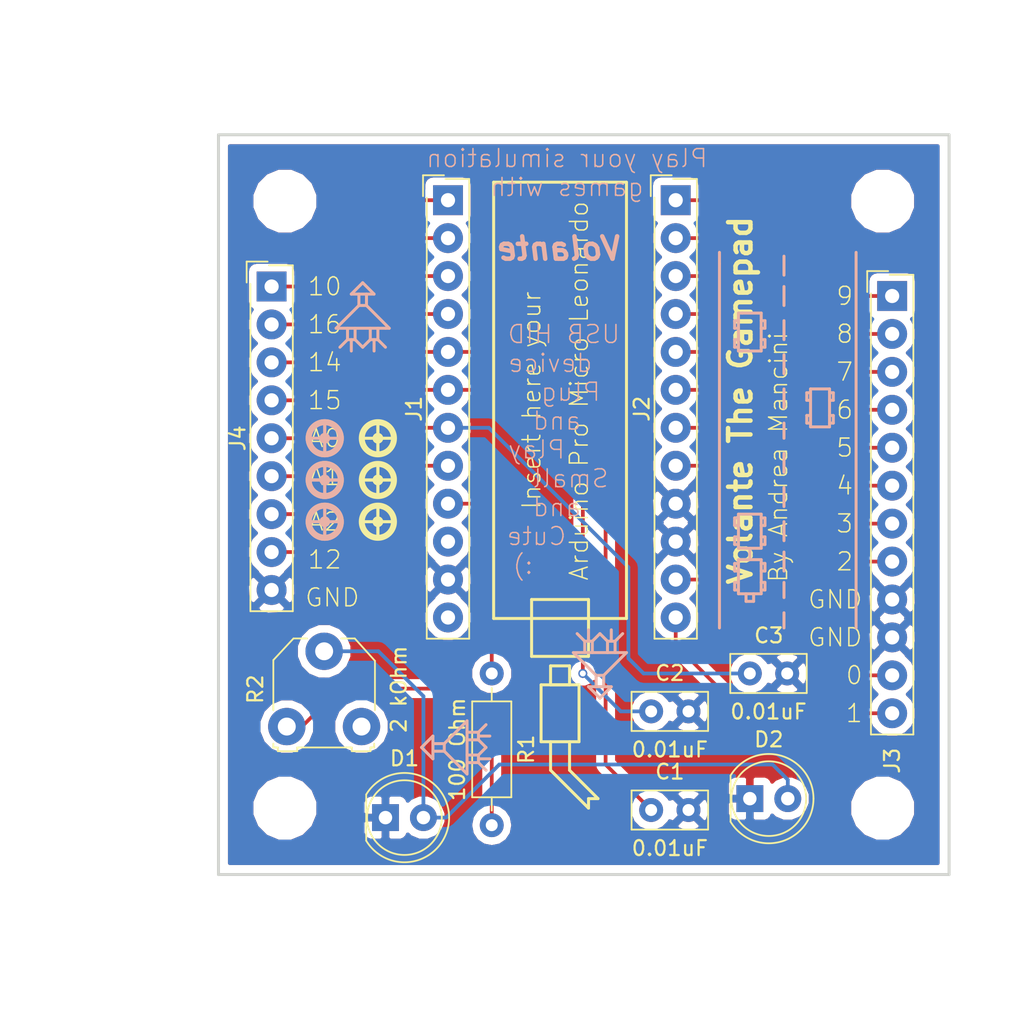
<source format=kicad_pcb>
(kicad_pcb (version 4) (host pcbnew 4.0.7)

  (general
    (links 35)
    (no_connects 0)
    (area 88.799999 60.859999 137.895001 110.590001)
    (thickness 1.6)
    (drawings 253)
    (tracks 85)
    (zones 0)
    (modules 15)
    (nets 25)
  )

  (page A4)
  (layers
    (0 F.Cu signal)
    (31 B.Cu signal)
    (32 B.Adhes user)
    (33 F.Adhes user)
    (34 B.Paste user)
    (35 F.Paste user)
    (36 B.SilkS user)
    (37 F.SilkS user)
    (38 B.Mask user)
    (39 F.Mask user)
    (40 Dwgs.User user)
    (41 Cmts.User user)
    (42 Eco1.User user)
    (43 Eco2.User user)
    (44 Edge.Cuts user)
    (45 Margin user)
    (46 B.CrtYd user)
    (47 F.CrtYd user)
    (48 B.Fab user)
    (49 F.Fab user)
  )

  (setup
    (last_trace_width 0.25)
    (trace_clearance 0.2)
    (zone_clearance 0.508)
    (zone_45_only no)
    (trace_min 0.2)
    (segment_width 0.2)
    (edge_width 0.2)
    (via_size 0.6)
    (via_drill 0.4)
    (via_min_size 0.4)
    (via_min_drill 0.3)
    (uvia_size 0.3)
    (uvia_drill 0.1)
    (uvias_allowed no)
    (uvia_min_size 0.2)
    (uvia_min_drill 0.1)
    (pcb_text_width 0.3)
    (pcb_text_size 1.5 1.5)
    (mod_edge_width 0.15)
    (mod_text_size 1 1)
    (mod_text_width 0.15)
    (pad_size 1.5 1.5)
    (pad_drill 0.6)
    (pad_to_mask_clearance 0)
    (aux_axis_origin 0 0)
    (visible_elements 7FFFFFFF)
    (pcbplotparams
      (layerselection 0x00030_80000001)
      (usegerberextensions false)
      (excludeedgelayer true)
      (linewidth 0.100000)
      (plotframeref false)
      (viasonmask false)
      (mode 1)
      (useauxorigin false)
      (hpglpennumber 1)
      (hpglpenspeed 20)
      (hpglpendiameter 15)
      (hpglpenoverlay 2)
      (psnegative false)
      (psa4output false)
      (plotreference true)
      (plotvalue true)
      (plotinvisibletext false)
      (padsonsilk false)
      (subtractmaskfromsilk false)
      (outputformat 1)
      (mirror false)
      (drillshape 0)
      (scaleselection 1)
      (outputdirectory C:/Users/mancio/Documents/GitHub/Volante-The-Gamepad/kicad/shield/gerber/))
  )

  (net 0 "")
  (net 1 A0)
  (net 2 GND)
  (net 3 A1)
  (net 4 A2)
  (net 5 10)
  (net 6 16)
  (net 7 14)
  (net 8 15)
  (net 9 "Net-(J1-Pad10)")
  (net 10 "Net-(J1-Pad12)")
  (net 11 9)
  (net 12 8)
  (net 13 7)
  (net 14 6)
  (net 15 5)
  (net 16 4)
  (net 17 3)
  (net 18 2)
  (net 19 0)
  (net 20 1)
  (net 21 "Net-(J1-Pad9)")
  (net 22 "Net-(D1-Pad2)")
  (net 23 21)
  (net 24 "Net-(R1-Pad2)")

  (net_class Default "This is the default net class."
    (clearance 0.2)
    (trace_width 0.25)
    (via_dia 0.6)
    (via_drill 0.4)
    (uvia_dia 0.3)
    (uvia_drill 0.1)
    (add_net 0)
    (add_net 1)
    (add_net 10)
    (add_net 14)
    (add_net 15)
    (add_net 16)
    (add_net 2)
    (add_net 21)
    (add_net 3)
    (add_net 4)
    (add_net 5)
    (add_net 6)
    (add_net 7)
    (add_net 8)
    (add_net 9)
    (add_net A0)
    (add_net A1)
    (add_net A2)
    (add_net GND)
    (add_net "Net-(D1-Pad2)")
    (add_net "Net-(J1-Pad10)")
    (add_net "Net-(J1-Pad12)")
    (add_net "Net-(J1-Pad9)")
    (add_net "Net-(R1-Pad2)")
  )

  (module Mounting_Holes:MountingHole_3.2mm_M3 (layer F.Cu) (tedit 5A818582) (tstamp 5A818468)
    (at 93.345 106.045)
    (descr "Mounting Hole 3.2mm, no annular, M3")
    (tags "mounting hole 3.2mm no annular m3")
    (attr virtual)
    (fp_text reference REF** (at 0 -4.2) (layer Eco1.User)
      (effects (font (size 1 1) (thickness 0.15)))
    )
    (fp_text value MountingHole_3.2mm_M3 (at 0 4.2) (layer F.Fab)
      (effects (font (size 1 1) (thickness 0.15)))
    )
    (fp_text user %R (at 0.3 0) (layer F.Fab)
      (effects (font (size 1 1) (thickness 0.15)))
    )
    (fp_circle (center 0 0) (end 3.2 0) (layer Cmts.User) (width 0.15))
    (fp_circle (center 0 0) (end 3.45 0) (layer F.CrtYd) (width 0.05))
    (pad 1 np_thru_hole circle (at 0 0) (size 3.2 3.2) (drill 3.2) (layers *.Cu *.Mask))
  )

  (module Mounting_Holes:MountingHole_3.2mm_M3 (layer F.Cu) (tedit 5A818576) (tstamp 5A818454)
    (at 133.35 106.045)
    (descr "Mounting Hole 3.2mm, no annular, M3")
    (tags "mounting hole 3.2mm no annular m3")
    (attr virtual)
    (fp_text reference REF** (at 0 -4.2) (layer Eco1.User)
      (effects (font (size 1 1) (thickness 0.15)))
    )
    (fp_text value MountingHole_3.2mm_M3 (at 0 4.2) (layer F.Fab)
      (effects (font (size 1 1) (thickness 0.15)))
    )
    (fp_text user %R (at 0.3 0) (layer F.Fab)
      (effects (font (size 1 1) (thickness 0.15)))
    )
    (fp_circle (center 0 0) (end 3.2 0) (layer Cmts.User) (width 0.15))
    (fp_circle (center 0 0) (end 3.45 0) (layer F.CrtYd) (width 0.05))
    (pad 1 np_thru_hole circle (at 0 0) (size 3.2 3.2) (drill 3.2) (layers *.Cu *.Mask))
  )

  (module Mounting_Holes:MountingHole_3.2mm_M3 (layer F.Cu) (tedit 5A81855D) (tstamp 5A818413)
    (at 133.35 65.405)
    (descr "Mounting Hole 3.2mm, no annular, M3")
    (tags "mounting hole 3.2mm no annular m3")
    (attr virtual)
    (fp_text reference REF** (at 0 -4.2) (layer Eco1.User)
      (effects (font (size 1 1) (thickness 0.15)))
    )
    (fp_text value MountingHole_3.2mm_M3 (at 0 4.2) (layer F.Fab)
      (effects (font (size 1 1) (thickness 0.15)))
    )
    (fp_text user %R (at 0.3 0) (layer F.Fab)
      (effects (font (size 1 1) (thickness 0.15)))
    )
    (fp_circle (center 0 0) (end 3.2 0) (layer Cmts.User) (width 0.15))
    (fp_circle (center 0 0) (end 3.45 0) (layer F.CrtYd) (width 0.05))
    (pad 1 np_thru_hole circle (at 0 0) (size 3.2 3.2) (drill 3.2) (layers *.Cu *.Mask))
  )

  (module Capacitors_THT:C_Disc_D5.0mm_W2.5mm_P2.50mm (layer F.Cu) (tedit 5A81920A) (tstamp 5A80762C)
    (at 117.856 106.172)
    (descr "C, Disc series, Radial, pin pitch=2.50mm, , diameter*width=5*2.5mm^2, Capacitor, http://cdn-reichelt.de/documents/datenblatt/B300/DS_KERKO_TC.pdf")
    (tags "C Disc series Radial pin pitch 2.50mm  diameter 5mm width 2.5mm Capacitor")
    (path /5A7C6829)
    (fp_text reference C1 (at 1.25 -2.56) (layer F.SilkS)
      (effects (font (size 1 1) (thickness 0.15)))
    )
    (fp_text value 0.01uF (at 1.25 2.56) (layer F.SilkS)
      (effects (font (size 1 1) (thickness 0.15)))
    )
    (fp_line (start -1.25 -1.25) (end -1.25 1.25) (layer F.Fab) (width 0.1))
    (fp_line (start -1.25 1.25) (end 3.75 1.25) (layer F.Fab) (width 0.1))
    (fp_line (start 3.75 1.25) (end 3.75 -1.25) (layer F.Fab) (width 0.1))
    (fp_line (start 3.75 -1.25) (end -1.25 -1.25) (layer F.Fab) (width 0.1))
    (fp_line (start -1.31 -1.31) (end 3.81 -1.31) (layer F.SilkS) (width 0.12))
    (fp_line (start -1.31 1.31) (end 3.81 1.31) (layer F.SilkS) (width 0.12))
    (fp_line (start -1.31 -1.31) (end -1.31 1.31) (layer F.SilkS) (width 0.12))
    (fp_line (start 3.81 -1.31) (end 3.81 1.31) (layer F.SilkS) (width 0.12))
    (fp_line (start -1.6 -1.6) (end -1.6 1.6) (layer F.CrtYd) (width 0.05))
    (fp_line (start -1.6 1.6) (end 4.1 1.6) (layer F.CrtYd) (width 0.05))
    (fp_line (start 4.1 1.6) (end 4.1 -1.6) (layer F.CrtYd) (width 0.05))
    (fp_line (start 4.1 -1.6) (end -1.6 -1.6) (layer F.CrtYd) (width 0.05))
    (fp_text user %R (at 1.25 0) (layer F.Fab)
      (effects (font (size 1 1) (thickness 0.15)))
    )
    (pad 1 thru_hole circle (at 0 0) (size 1.6 1.6) (drill 0.8) (layers *.Cu *.Mask)
      (net 1 A0))
    (pad 2 thru_hole circle (at 2.5 0) (size 1.6 1.6) (drill 0.8) (layers *.Cu *.Mask)
      (net 2 GND))
    (model ${KISYS3DMOD}/Capacitors_THT.3dshapes/C_Disc_D5.0mm_W2.5mm_P2.50mm.wrl
      (at (xyz 0 0 0))
      (scale (xyz 1 1 1))
      (rotate (xyz 0 0 0))
    )
  )

  (module Capacitors_THT:C_Disc_D5.0mm_W2.5mm_P2.50mm (layer F.Cu) (tedit 5A8191FF) (tstamp 5A80763F)
    (at 117.856 99.568)
    (descr "C, Disc series, Radial, pin pitch=2.50mm, , diameter*width=5*2.5mm^2, Capacitor, http://cdn-reichelt.de/documents/datenblatt/B300/DS_KERKO_TC.pdf")
    (tags "C Disc series Radial pin pitch 2.50mm  diameter 5mm width 2.5mm Capacitor")
    (path /5A7C7BD4)
    (fp_text reference C2 (at 1.25 -2.56) (layer F.SilkS)
      (effects (font (size 1 1) (thickness 0.15)))
    )
    (fp_text value 0.01uF (at 1.25 2.56) (layer F.SilkS)
      (effects (font (size 1 1) (thickness 0.15)))
    )
    (fp_line (start -1.25 -1.25) (end -1.25 1.25) (layer F.Fab) (width 0.1))
    (fp_line (start -1.25 1.25) (end 3.75 1.25) (layer F.Fab) (width 0.1))
    (fp_line (start 3.75 1.25) (end 3.75 -1.25) (layer F.Fab) (width 0.1))
    (fp_line (start 3.75 -1.25) (end -1.25 -1.25) (layer F.Fab) (width 0.1))
    (fp_line (start -1.31 -1.31) (end 3.81 -1.31) (layer F.SilkS) (width 0.12))
    (fp_line (start -1.31 1.31) (end 3.81 1.31) (layer F.SilkS) (width 0.12))
    (fp_line (start -1.31 -1.31) (end -1.31 1.31) (layer F.SilkS) (width 0.12))
    (fp_line (start 3.81 -1.31) (end 3.81 1.31) (layer F.SilkS) (width 0.12))
    (fp_line (start -1.6 -1.6) (end -1.6 1.6) (layer F.CrtYd) (width 0.05))
    (fp_line (start -1.6 1.6) (end 4.1 1.6) (layer F.CrtYd) (width 0.05))
    (fp_line (start 4.1 1.6) (end 4.1 -1.6) (layer F.CrtYd) (width 0.05))
    (fp_line (start 4.1 -1.6) (end -1.6 -1.6) (layer F.CrtYd) (width 0.05))
    (fp_text user %R (at 1.25 0) (layer F.Fab)
      (effects (font (size 1 1) (thickness 0.15)))
    )
    (pad 1 thru_hole circle (at 0 0) (size 1.6 1.6) (drill 0.8) (layers *.Cu *.Mask)
      (net 3 A1))
    (pad 2 thru_hole circle (at 2.5 0) (size 1.6 1.6) (drill 0.8) (layers *.Cu *.Mask)
      (net 2 GND))
    (model ${KISYS3DMOD}/Capacitors_THT.3dshapes/C_Disc_D5.0mm_W2.5mm_P2.50mm.wrl
      (at (xyz 0 0 0))
      (scale (xyz 1 1 1))
      (rotate (xyz 0 0 0))
    )
  )

  (module Capacitors_THT:C_Disc_D5.0mm_W2.5mm_P2.50mm (layer F.Cu) (tedit 5A830A07) (tstamp 5A807652)
    (at 124.46 97.028)
    (descr "C, Disc series, Radial, pin pitch=2.50mm, , diameter*width=5*2.5mm^2, Capacitor, http://cdn-reichelt.de/documents/datenblatt/B300/DS_KERKO_TC.pdf")
    (tags "C Disc series Radial pin pitch 2.50mm  diameter 5mm width 2.5mm Capacitor")
    (path /5A7C7C31)
    (fp_text reference C3 (at 1.27 -2.54) (layer F.SilkS)
      (effects (font (size 1 1) (thickness 0.15)))
    )
    (fp_text value 0.01uF (at 1.25 2.56) (layer F.SilkS)
      (effects (font (size 1 1) (thickness 0.15)))
    )
    (fp_line (start -1.25 -1.25) (end -1.25 1.25) (layer F.Fab) (width 0.1))
    (fp_line (start -1.25 1.25) (end 3.75 1.25) (layer F.Fab) (width 0.1))
    (fp_line (start 3.75 1.25) (end 3.75 -1.25) (layer F.Fab) (width 0.1))
    (fp_line (start 3.75 -1.25) (end -1.25 -1.25) (layer F.Fab) (width 0.1))
    (fp_line (start -1.31 -1.31) (end 3.81 -1.31) (layer F.SilkS) (width 0.12))
    (fp_line (start -1.31 1.31) (end 3.81 1.31) (layer F.SilkS) (width 0.12))
    (fp_line (start -1.31 -1.31) (end -1.31 1.31) (layer F.SilkS) (width 0.12))
    (fp_line (start 3.81 -1.31) (end 3.81 1.31) (layer F.SilkS) (width 0.12))
    (fp_line (start -1.6 -1.6) (end -1.6 1.6) (layer F.CrtYd) (width 0.05))
    (fp_line (start -1.6 1.6) (end 4.1 1.6) (layer F.CrtYd) (width 0.05))
    (fp_line (start 4.1 1.6) (end 4.1 -1.6) (layer F.CrtYd) (width 0.05))
    (fp_line (start 4.1 -1.6) (end -1.6 -1.6) (layer F.CrtYd) (width 0.05))
    (fp_text user %R (at 1.25 0) (layer F.Fab)
      (effects (font (size 1 1) (thickness 0.15)))
    )
    (pad 1 thru_hole circle (at 0 0) (size 1.6 1.6) (drill 0.8) (layers *.Cu *.Mask)
      (net 4 A2))
    (pad 2 thru_hole circle (at 2.5 0) (size 1.6 1.6) (drill 0.8) (layers *.Cu *.Mask)
      (net 2 GND))
    (model ${KISYS3DMOD}/Capacitors_THT.3dshapes/C_Disc_D5.0mm_W2.5mm_P2.50mm.wrl
      (at (xyz 0 0 0))
      (scale (xyz 1 1 1))
      (rotate (xyz 0 0 0))
    )
  )

  (module Connectors_Samtec:SL-112-X-XX_1x12 (layer F.Cu) (tedit 590274D5) (tstamp 5A80768B)
    (at 104.26 65.34)
    (descr "Low profile, screw machine socket strip, through hole, 100mil / 2.54mm pitch")
    (tags "samtec socket strip tht single")
    (path /5A7C4E25)
    (fp_text reference J1 (at -2.27 13.97 90) (layer F.SilkS)
      (effects (font (size 1 1) (thickness 0.15)))
    )
    (fp_text value Conn_01x12_Fem_l (at 2.27 13.97 90) (layer F.Fab)
      (effects (font (size 1 1) (thickness 0.15)))
    )
    (fp_line (start -0.17 -1.42) (end 1.42 -1.42) (layer F.SilkS) (width 0.12))
    (fp_line (start 1.42 -1.42) (end 1.42 29.36) (layer F.SilkS) (width 0.12))
    (fp_line (start 1.42 29.36) (end -1.42 29.36) (layer F.SilkS) (width 0.12))
    (fp_line (start -1.42 29.36) (end -1.42 -0.17) (layer F.SilkS) (width 0.12))
    (fp_line (start -0.27 -1.67) (end -1.67 -1.67) (layer F.SilkS) (width 0.12))
    (fp_line (start -1.67 -1.67) (end -1.67 -0.27) (layer F.SilkS) (width 0.12))
    (fp_line (start -0.27 -1.67) (end -1.67 -1.67) (layer F.Fab) (width 0.1))
    (fp_line (start -1.67 -1.67) (end -1.67 -0.27) (layer F.Fab) (width 0.1))
    (fp_line (start -1.27 -1.27) (end -1.27 29.21) (layer F.Fab) (width 0.1))
    (fp_line (start -1.27 29.21) (end 1.27 29.21) (layer F.Fab) (width 0.1))
    (fp_line (start 1.27 29.21) (end 1.27 -1.27) (layer F.Fab) (width 0.1))
    (fp_line (start 1.27 -1.27) (end -1.27 -1.27) (layer F.Fab) (width 0.1))
    (fp_line (start -1.77 -1.77) (end -1.77 29.71) (layer F.CrtYd) (width 0.05))
    (fp_line (start -1.77 29.71) (end 1.77 29.71) (layer F.CrtYd) (width 0.05))
    (fp_line (start 1.77 29.71) (end 1.77 -1.77) (layer F.CrtYd) (width 0.05))
    (fp_line (start 1.77 -1.77) (end -1.77 -1.77) (layer F.CrtYd) (width 0.05))
    (fp_line (start -1.27 1.27) (end -1.07 1.27) (layer F.Fab) (width 0.1))
    (fp_line (start 1.27 1.27) (end 1.07 1.27) (layer F.Fab) (width 0.1))
    (fp_line (start -1.27 3.81) (end -1.07 3.81) (layer F.Fab) (width 0.1))
    (fp_line (start 1.27 3.81) (end 1.07 3.81) (layer F.Fab) (width 0.1))
    (fp_line (start -1.27 6.35) (end -1.07 6.35) (layer F.Fab) (width 0.1))
    (fp_line (start 1.27 6.35) (end 1.07 6.35) (layer F.Fab) (width 0.1))
    (fp_line (start -1.27 8.89) (end -1.07 8.89) (layer F.Fab) (width 0.1))
    (fp_line (start 1.27 8.89) (end 1.07 8.89) (layer F.Fab) (width 0.1))
    (fp_line (start -1.27 11.43) (end -1.07 11.43) (layer F.Fab) (width 0.1))
    (fp_line (start 1.27 11.43) (end 1.07 11.43) (layer F.Fab) (width 0.1))
    (fp_line (start -1.27 13.97) (end -1.07 13.97) (layer F.Fab) (width 0.1))
    (fp_line (start 1.27 13.97) (end 1.07 13.97) (layer F.Fab) (width 0.1))
    (fp_line (start -1.27 16.51) (end -1.07 16.51) (layer F.Fab) (width 0.1))
    (fp_line (start 1.27 16.51) (end 1.07 16.51) (layer F.Fab) (width 0.1))
    (fp_line (start -1.27 19.05) (end -1.07 19.05) (layer F.Fab) (width 0.1))
    (fp_line (start 1.27 19.05) (end 1.07 19.05) (layer F.Fab) (width 0.1))
    (fp_line (start -1.27 21.59) (end -1.07 21.59) (layer F.Fab) (width 0.1))
    (fp_line (start 1.27 21.59) (end 1.07 21.59) (layer F.Fab) (width 0.1))
    (fp_line (start -1.27 24.13) (end -1.07 24.13) (layer F.Fab) (width 0.1))
    (fp_line (start 1.27 24.13) (end 1.07 24.13) (layer F.Fab) (width 0.1))
    (fp_line (start -1.27 26.67) (end -1.07 26.67) (layer F.Fab) (width 0.1))
    (fp_line (start 1.27 26.67) (end 1.07 26.67) (layer F.Fab) (width 0.1))
    (fp_line (start -1.27 29.21) (end -1.07 29.21) (layer F.Fab) (width 0.1))
    (fp_line (start 1.27 29.21) (end 1.07 29.21) (layer F.Fab) (width 0.1))
    (fp_text user %R (at 0 13.97 90) (layer F.Fab)
      (effects (font (size 1 1) (thickness 0.15)))
    )
    (pad 1 thru_hole rect (at 0 0) (size 2 2) (drill 0.95) (layers *.Cu *.Mask)
      (net 5 10))
    (pad 2 thru_hole circle (at 0 2.54) (size 2 2) (drill 0.95) (layers *.Cu *.Mask)
      (net 6 16))
    (pad 3 thru_hole circle (at 0 5.08) (size 2 2) (drill 0.95) (layers *.Cu *.Mask)
      (net 7 14))
    (pad 4 thru_hole circle (at 0 7.62) (size 2 2) (drill 0.95) (layers *.Cu *.Mask)
      (net 8 15))
    (pad 5 thru_hole circle (at 0 10.16) (size 2 2) (drill 0.95) (layers *.Cu *.Mask)
      (net 1 A0))
    (pad 6 thru_hole circle (at 0 12.7) (size 2 2) (drill 0.95) (layers *.Cu *.Mask)
      (net 3 A1))
    (pad 7 thru_hole circle (at 0 15.24) (size 2 2) (drill 0.95) (layers *.Cu *.Mask)
      (net 4 A2))
    (pad 8 thru_hole circle (at 0 17.78) (size 2 2) (drill 0.95) (layers *.Cu *.Mask)
      (net 23 21))
    (pad 9 thru_hole circle (at 0 20.32) (size 2 2) (drill 0.95) (layers *.Cu *.Mask)
      (net 21 "Net-(J1-Pad9)"))
    (pad 10 thru_hole circle (at 0 22.86) (size 2 2) (drill 0.95) (layers *.Cu *.Mask)
      (net 9 "Net-(J1-Pad10)"))
    (pad 11 thru_hole circle (at 0 25.4) (size 2 2) (drill 0.95) (layers *.Cu *.Mask)
      (net 2 GND))
    (pad 12 thru_hole circle (at 0 27.94) (size 2 2) (drill 0.95) (layers *.Cu *.Mask)
      (net 10 "Net-(J1-Pad12)"))
    (model ${KISYS3DMOD}/Connectors_Samtec.3dshapes/SL-112-X-XX_1x12.wrl
      (at (xyz 0 1 0))
      (scale (xyz 1 1 1))
      (rotate (xyz 0 0 0))
    )
    (model Socket_Strips.3dshapes/Socket_Strip_Straight_1x12_Pitch2.54mm.wrl
      (at (xyz 0 -0.55 0))
      (scale (xyz 1 1 1))
      (rotate (xyz 0 0 90))
    )
  )

  (module Connectors_Samtec:SL-112-X-XX_1x12 (layer F.Cu) (tedit 590274D5) (tstamp 5A8076C4)
    (at 119.5 65.34)
    (descr "Low profile, screw machine socket strip, through hole, 100mil / 2.54mm pitch")
    (tags "samtec socket strip tht single")
    (path /5A7C4C69)
    (fp_text reference J2 (at -2.27 13.97 90) (layer F.SilkS)
      (effects (font (size 1 1) (thickness 0.15)))
    )
    (fp_text value Conn_01x12_Fem_r (at 2.27 13.97 90) (layer F.Fab)
      (effects (font (size 1 1) (thickness 0.15)))
    )
    (fp_line (start -0.17 -1.42) (end 1.42 -1.42) (layer F.SilkS) (width 0.12))
    (fp_line (start 1.42 -1.42) (end 1.42 29.36) (layer F.SilkS) (width 0.12))
    (fp_line (start 1.42 29.36) (end -1.42 29.36) (layer F.SilkS) (width 0.12))
    (fp_line (start -1.42 29.36) (end -1.42 -0.17) (layer F.SilkS) (width 0.12))
    (fp_line (start -0.27 -1.67) (end -1.67 -1.67) (layer F.SilkS) (width 0.12))
    (fp_line (start -1.67 -1.67) (end -1.67 -0.27) (layer F.SilkS) (width 0.12))
    (fp_line (start -0.27 -1.67) (end -1.67 -1.67) (layer F.Fab) (width 0.1))
    (fp_line (start -1.67 -1.67) (end -1.67 -0.27) (layer F.Fab) (width 0.1))
    (fp_line (start -1.27 -1.27) (end -1.27 29.21) (layer F.Fab) (width 0.1))
    (fp_line (start -1.27 29.21) (end 1.27 29.21) (layer F.Fab) (width 0.1))
    (fp_line (start 1.27 29.21) (end 1.27 -1.27) (layer F.Fab) (width 0.1))
    (fp_line (start 1.27 -1.27) (end -1.27 -1.27) (layer F.Fab) (width 0.1))
    (fp_line (start -1.77 -1.77) (end -1.77 29.71) (layer F.CrtYd) (width 0.05))
    (fp_line (start -1.77 29.71) (end 1.77 29.71) (layer F.CrtYd) (width 0.05))
    (fp_line (start 1.77 29.71) (end 1.77 -1.77) (layer F.CrtYd) (width 0.05))
    (fp_line (start 1.77 -1.77) (end -1.77 -1.77) (layer F.CrtYd) (width 0.05))
    (fp_line (start -1.27 1.27) (end -1.07 1.27) (layer F.Fab) (width 0.1))
    (fp_line (start 1.27 1.27) (end 1.07 1.27) (layer F.Fab) (width 0.1))
    (fp_line (start -1.27 3.81) (end -1.07 3.81) (layer F.Fab) (width 0.1))
    (fp_line (start 1.27 3.81) (end 1.07 3.81) (layer F.Fab) (width 0.1))
    (fp_line (start -1.27 6.35) (end -1.07 6.35) (layer F.Fab) (width 0.1))
    (fp_line (start 1.27 6.35) (end 1.07 6.35) (layer F.Fab) (width 0.1))
    (fp_line (start -1.27 8.89) (end -1.07 8.89) (layer F.Fab) (width 0.1))
    (fp_line (start 1.27 8.89) (end 1.07 8.89) (layer F.Fab) (width 0.1))
    (fp_line (start -1.27 11.43) (end -1.07 11.43) (layer F.Fab) (width 0.1))
    (fp_line (start 1.27 11.43) (end 1.07 11.43) (layer F.Fab) (width 0.1))
    (fp_line (start -1.27 13.97) (end -1.07 13.97) (layer F.Fab) (width 0.1))
    (fp_line (start 1.27 13.97) (end 1.07 13.97) (layer F.Fab) (width 0.1))
    (fp_line (start -1.27 16.51) (end -1.07 16.51) (layer F.Fab) (width 0.1))
    (fp_line (start 1.27 16.51) (end 1.07 16.51) (layer F.Fab) (width 0.1))
    (fp_line (start -1.27 19.05) (end -1.07 19.05) (layer F.Fab) (width 0.1))
    (fp_line (start 1.27 19.05) (end 1.07 19.05) (layer F.Fab) (width 0.1))
    (fp_line (start -1.27 21.59) (end -1.07 21.59) (layer F.Fab) (width 0.1))
    (fp_line (start 1.27 21.59) (end 1.07 21.59) (layer F.Fab) (width 0.1))
    (fp_line (start -1.27 24.13) (end -1.07 24.13) (layer F.Fab) (width 0.1))
    (fp_line (start 1.27 24.13) (end 1.07 24.13) (layer F.Fab) (width 0.1))
    (fp_line (start -1.27 26.67) (end -1.07 26.67) (layer F.Fab) (width 0.1))
    (fp_line (start 1.27 26.67) (end 1.07 26.67) (layer F.Fab) (width 0.1))
    (fp_line (start -1.27 29.21) (end -1.07 29.21) (layer F.Fab) (width 0.1))
    (fp_line (start 1.27 29.21) (end 1.07 29.21) (layer F.Fab) (width 0.1))
    (fp_text user %R (at 0 13.97 90) (layer F.Fab)
      (effects (font (size 1 1) (thickness 0.15)))
    )
    (pad 1 thru_hole rect (at 0 0) (size 2 2) (drill 0.95) (layers *.Cu *.Mask)
      (net 11 9))
    (pad 2 thru_hole circle (at 0 2.54) (size 2 2) (drill 0.95) (layers *.Cu *.Mask)
      (net 12 8))
    (pad 3 thru_hole circle (at 0 5.08) (size 2 2) (drill 0.95) (layers *.Cu *.Mask)
      (net 13 7))
    (pad 4 thru_hole circle (at 0 7.62) (size 2 2) (drill 0.95) (layers *.Cu *.Mask)
      (net 14 6))
    (pad 5 thru_hole circle (at 0 10.16) (size 2 2) (drill 0.95) (layers *.Cu *.Mask)
      (net 15 5))
    (pad 6 thru_hole circle (at 0 12.7) (size 2 2) (drill 0.95) (layers *.Cu *.Mask)
      (net 16 4))
    (pad 7 thru_hole circle (at 0 15.24) (size 2 2) (drill 0.95) (layers *.Cu *.Mask)
      (net 17 3))
    (pad 8 thru_hole circle (at 0 17.78) (size 2 2) (drill 0.95) (layers *.Cu *.Mask)
      (net 18 2))
    (pad 9 thru_hole circle (at 0 20.32) (size 2 2) (drill 0.95) (layers *.Cu *.Mask)
      (net 2 GND))
    (pad 10 thru_hole circle (at 0 22.86) (size 2 2) (drill 0.95) (layers *.Cu *.Mask)
      (net 2 GND))
    (pad 11 thru_hole circle (at 0 25.4) (size 2 2) (drill 0.95) (layers *.Cu *.Mask)
      (net 19 0))
    (pad 12 thru_hole circle (at 0 27.94) (size 2 2) (drill 0.95) (layers *.Cu *.Mask)
      (net 20 1))
    (model ${KISYS3DMOD}/Connectors_Samtec.3dshapes/SL-112-X-XX_1x12.wrl
      (at (xyz 0 0 0))
      (scale (xyz 1 1 1))
      (rotate (xyz 0 0 0))
    )
    (model Socket_Strips.3dshapes/Socket_Strip_Straight_1x12_Pitch2.54mm.wrl
      (at (xyz 0 -0.55 0))
      (scale (xyz 1 1 1))
      (rotate (xyz 0 0 90))
    )
  )

  (module Connectors_Samtec:SL-112-X-XX_1x12 (layer F.Cu) (tedit 5A81950B) (tstamp 5A8076FD)
    (at 133.985 71.755)
    (descr "Low profile, screw machine socket strip, through hole, 100mil / 2.54mm pitch")
    (tags "samtec socket strip tht single")
    (path /5A7C508E)
    (fp_text reference J3 (at 0 31.115 90) (layer F.SilkS)
      (effects (font (size 1 1) (thickness 0.15)))
    )
    (fp_text value Conn_01x12_Fem_b_r (at 2.27 13.97 90) (layer F.Fab)
      (effects (font (size 1 1) (thickness 0.15)))
    )
    (fp_line (start -0.17 -1.42) (end 1.42 -1.42) (layer F.SilkS) (width 0.12))
    (fp_line (start 1.42 -1.42) (end 1.42 29.36) (layer F.SilkS) (width 0.12))
    (fp_line (start 1.42 29.36) (end -1.42 29.36) (layer F.SilkS) (width 0.12))
    (fp_line (start -1.42 29.36) (end -1.42 -0.17) (layer F.SilkS) (width 0.12))
    (fp_line (start -0.27 -1.67) (end -1.67 -1.67) (layer F.SilkS) (width 0.12))
    (fp_line (start -1.67 -1.67) (end -1.67 -0.27) (layer F.SilkS) (width 0.12))
    (fp_line (start -0.27 -1.67) (end -1.67 -1.67) (layer F.Fab) (width 0.1))
    (fp_line (start -1.67 -1.67) (end -1.67 -0.27) (layer F.Fab) (width 0.1))
    (fp_line (start -1.27 -1.27) (end -1.27 29.21) (layer F.Fab) (width 0.1))
    (fp_line (start -1.27 29.21) (end 1.27 29.21) (layer F.Fab) (width 0.1))
    (fp_line (start 1.27 29.21) (end 1.27 -1.27) (layer F.Fab) (width 0.1))
    (fp_line (start 1.27 -1.27) (end -1.27 -1.27) (layer F.Fab) (width 0.1))
    (fp_line (start -1.77 -1.77) (end -1.77 29.71) (layer F.CrtYd) (width 0.05))
    (fp_line (start -1.77 29.71) (end 1.77 29.71) (layer F.CrtYd) (width 0.05))
    (fp_line (start 1.77 29.71) (end 1.77 -1.77) (layer F.CrtYd) (width 0.05))
    (fp_line (start 1.77 -1.77) (end -1.77 -1.77) (layer F.CrtYd) (width 0.05))
    (fp_line (start -1.27 1.27) (end -1.07 1.27) (layer F.Fab) (width 0.1))
    (fp_line (start 1.27 1.27) (end 1.07 1.27) (layer F.Fab) (width 0.1))
    (fp_line (start -1.27 3.81) (end -1.07 3.81) (layer F.Fab) (width 0.1))
    (fp_line (start 1.27 3.81) (end 1.07 3.81) (layer F.Fab) (width 0.1))
    (fp_line (start -1.27 6.35) (end -1.07 6.35) (layer F.Fab) (width 0.1))
    (fp_line (start 1.27 6.35) (end 1.07 6.35) (layer F.Fab) (width 0.1))
    (fp_line (start -1.27 8.89) (end -1.07 8.89) (layer F.Fab) (width 0.1))
    (fp_line (start 1.27 8.89) (end 1.07 8.89) (layer F.Fab) (width 0.1))
    (fp_line (start -1.27 11.43) (end -1.07 11.43) (layer F.Fab) (width 0.1))
    (fp_line (start 1.27 11.43) (end 1.07 11.43) (layer F.Fab) (width 0.1))
    (fp_line (start -1.27 13.97) (end -1.07 13.97) (layer F.Fab) (width 0.1))
    (fp_line (start 1.27 13.97) (end 1.07 13.97) (layer F.Fab) (width 0.1))
    (fp_line (start -1.27 16.51) (end -1.07 16.51) (layer F.Fab) (width 0.1))
    (fp_line (start 1.27 16.51) (end 1.07 16.51) (layer F.Fab) (width 0.1))
    (fp_line (start -1.27 19.05) (end -1.07 19.05) (layer F.Fab) (width 0.1))
    (fp_line (start 1.27 19.05) (end 1.07 19.05) (layer F.Fab) (width 0.1))
    (fp_line (start -1.27 21.59) (end -1.07 21.59) (layer F.Fab) (width 0.1))
    (fp_line (start 1.27 21.59) (end 1.07 21.59) (layer F.Fab) (width 0.1))
    (fp_line (start -1.27 24.13) (end -1.07 24.13) (layer F.Fab) (width 0.1))
    (fp_line (start 1.27 24.13) (end 1.07 24.13) (layer F.Fab) (width 0.1))
    (fp_line (start -1.27 26.67) (end -1.07 26.67) (layer F.Fab) (width 0.1))
    (fp_line (start 1.27 26.67) (end 1.07 26.67) (layer F.Fab) (width 0.1))
    (fp_line (start -1.27 29.21) (end -1.07 29.21) (layer F.Fab) (width 0.1))
    (fp_line (start 1.27 29.21) (end 1.07 29.21) (layer F.Fab) (width 0.1))
    (fp_text user %R (at 0 13.97 90) (layer F.Fab)
      (effects (font (size 1 1) (thickness 0.15)))
    )
    (pad 1 thru_hole rect (at 0 0) (size 2 2) (drill 0.95) (layers *.Cu *.Mask)
      (net 11 9))
    (pad 2 thru_hole circle (at 0 2.54) (size 2 2) (drill 0.95) (layers *.Cu *.Mask)
      (net 12 8))
    (pad 3 thru_hole circle (at 0 5.08) (size 2 2) (drill 0.95) (layers *.Cu *.Mask)
      (net 13 7))
    (pad 4 thru_hole circle (at 0 7.62) (size 2 2) (drill 0.95) (layers *.Cu *.Mask)
      (net 14 6))
    (pad 5 thru_hole circle (at 0 10.16) (size 2 2) (drill 0.95) (layers *.Cu *.Mask)
      (net 15 5))
    (pad 6 thru_hole circle (at 0 12.7) (size 2 2) (drill 0.95) (layers *.Cu *.Mask)
      (net 16 4))
    (pad 7 thru_hole circle (at 0 15.24) (size 2 2) (drill 0.95) (layers *.Cu *.Mask)
      (net 17 3))
    (pad 8 thru_hole circle (at 0 17.78) (size 2 2) (drill 0.95) (layers *.Cu *.Mask)
      (net 18 2))
    (pad 9 thru_hole circle (at 0 20.32) (size 2 2) (drill 0.95) (layers *.Cu *.Mask)
      (net 2 GND))
    (pad 10 thru_hole circle (at 0 22.86) (size 2 2) (drill 0.95) (layers *.Cu *.Mask)
      (net 2 GND))
    (pad 11 thru_hole circle (at 0 25.4) (size 2 2) (drill 0.95) (layers *.Cu *.Mask)
      (net 19 0))
    (pad 12 thru_hole circle (at 0 27.94) (size 2 2) (drill 0.95) (layers *.Cu *.Mask)
      (net 20 1))
    (model ${KISYS3DMOD}/Connectors_Samtec.3dshapes/SL-112-X-XX_1x12.wrl
      (at (xyz 0 0 0))
      (scale (xyz 1 1 1))
      (rotate (xyz 0 0 0))
    )
  )

  (module Connectors_Samtec:SL-109-X-XX_1x09 (layer F.Cu) (tedit 590274D5) (tstamp 5A80772D)
    (at 92.456 71.12)
    (descr "Low profile, screw machine socket strip, through hole, 100mil / 2.54mm pitch")
    (tags "samtec socket strip tht single")
    (path /5A7C4E7A)
    (fp_text reference J4 (at -2.27 10.16 90) (layer F.SilkS)
      (effects (font (size 1 1) (thickness 0.15)))
    )
    (fp_text value Conn_01x09_Fem_b_l (at 2.27 10.16 90) (layer F.Fab)
      (effects (font (size 1 1) (thickness 0.15)))
    )
    (fp_line (start -0.17 -1.42) (end 1.42 -1.42) (layer F.SilkS) (width 0.12))
    (fp_line (start 1.42 -1.42) (end 1.42 21.74) (layer F.SilkS) (width 0.12))
    (fp_line (start 1.42 21.74) (end -1.42 21.74) (layer F.SilkS) (width 0.12))
    (fp_line (start -1.42 21.74) (end -1.42 -0.17) (layer F.SilkS) (width 0.12))
    (fp_line (start -0.27 -1.67) (end -1.67 -1.67) (layer F.SilkS) (width 0.12))
    (fp_line (start -1.67 -1.67) (end -1.67 -0.27) (layer F.SilkS) (width 0.12))
    (fp_line (start -0.27 -1.67) (end -1.67 -1.67) (layer F.Fab) (width 0.1))
    (fp_line (start -1.67 -1.67) (end -1.67 -0.27) (layer F.Fab) (width 0.1))
    (fp_line (start -1.27 -1.27) (end -1.27 21.59) (layer F.Fab) (width 0.1))
    (fp_line (start -1.27 21.59) (end 1.27 21.59) (layer F.Fab) (width 0.1))
    (fp_line (start 1.27 21.59) (end 1.27 -1.27) (layer F.Fab) (width 0.1))
    (fp_line (start 1.27 -1.27) (end -1.27 -1.27) (layer F.Fab) (width 0.1))
    (fp_line (start -1.77 -1.77) (end -1.77 22.09) (layer F.CrtYd) (width 0.05))
    (fp_line (start -1.77 22.09) (end 1.77 22.09) (layer F.CrtYd) (width 0.05))
    (fp_line (start 1.77 22.09) (end 1.77 -1.77) (layer F.CrtYd) (width 0.05))
    (fp_line (start 1.77 -1.77) (end -1.77 -1.77) (layer F.CrtYd) (width 0.05))
    (fp_line (start -1.27 1.27) (end -1.07 1.27) (layer F.Fab) (width 0.1))
    (fp_line (start 1.27 1.27) (end 1.07 1.27) (layer F.Fab) (width 0.1))
    (fp_line (start -1.27 3.81) (end -1.07 3.81) (layer F.Fab) (width 0.1))
    (fp_line (start 1.27 3.81) (end 1.07 3.81) (layer F.Fab) (width 0.1))
    (fp_line (start -1.27 6.35) (end -1.07 6.35) (layer F.Fab) (width 0.1))
    (fp_line (start 1.27 6.35) (end 1.07 6.35) (layer F.Fab) (width 0.1))
    (fp_line (start -1.27 8.89) (end -1.07 8.89) (layer F.Fab) (width 0.1))
    (fp_line (start 1.27 8.89) (end 1.07 8.89) (layer F.Fab) (width 0.1))
    (fp_line (start -1.27 11.43) (end -1.07 11.43) (layer F.Fab) (width 0.1))
    (fp_line (start 1.27 11.43) (end 1.07 11.43) (layer F.Fab) (width 0.1))
    (fp_line (start -1.27 13.97) (end -1.07 13.97) (layer F.Fab) (width 0.1))
    (fp_line (start 1.27 13.97) (end 1.07 13.97) (layer F.Fab) (width 0.1))
    (fp_line (start -1.27 16.51) (end -1.07 16.51) (layer F.Fab) (width 0.1))
    (fp_line (start 1.27 16.51) (end 1.07 16.51) (layer F.Fab) (width 0.1))
    (fp_line (start -1.27 19.05) (end -1.07 19.05) (layer F.Fab) (width 0.1))
    (fp_line (start 1.27 19.05) (end 1.07 19.05) (layer F.Fab) (width 0.1))
    (fp_line (start -1.27 21.59) (end -1.07 21.59) (layer F.Fab) (width 0.1))
    (fp_line (start 1.27 21.59) (end 1.07 21.59) (layer F.Fab) (width 0.1))
    (fp_text user %R (at 0 10.16 90) (layer F.Fab)
      (effects (font (size 1 1) (thickness 0.15)))
    )
    (pad 1 thru_hole rect (at 0 0) (size 2 2) (drill 0.95) (layers *.Cu *.Mask)
      (net 5 10))
    (pad 2 thru_hole circle (at 0 2.54) (size 2 2) (drill 0.95) (layers *.Cu *.Mask)
      (net 6 16))
    (pad 3 thru_hole circle (at 0 5.08) (size 2 2) (drill 0.95) (layers *.Cu *.Mask)
      (net 7 14))
    (pad 4 thru_hole circle (at 0 7.62) (size 2 2) (drill 0.95) (layers *.Cu *.Mask)
      (net 8 15))
    (pad 5 thru_hole circle (at 0 10.16) (size 2 2) (drill 0.95) (layers *.Cu *.Mask)
      (net 1 A0))
    (pad 6 thru_hole circle (at 0 12.7) (size 2 2) (drill 0.95) (layers *.Cu *.Mask)
      (net 3 A1))
    (pad 7 thru_hole circle (at 0 15.24) (size 2 2) (drill 0.95) (layers *.Cu *.Mask)
      (net 4 A2))
    (pad 8 thru_hole circle (at 0 17.78) (size 2 2) (drill 0.95) (layers *.Cu *.Mask)
      (net 23 21))
    (pad 9 thru_hole circle (at 0 20.32) (size 2 2) (drill 0.95) (layers *.Cu *.Mask)
      (net 2 GND))
    (model ${KISYS3DMOD}/Connectors_Samtec.3dshapes/SL-109-X-XX_1x09.wrl
      (at (xyz 0 0 0))
      (scale (xyz 1 1 1))
      (rotate (xyz 0 0 0))
    )
  )

  (module Mounting_Holes:MountingHole_3.2mm_M3 (layer F.Cu) (tedit 5A818533) (tstamp 5A8183B1)
    (at 93.345 65.405)
    (descr "Mounting Hole 3.2mm, no annular, M3")
    (tags "mounting hole 3.2mm no annular m3")
    (attr virtual)
    (fp_text reference REF** (at 0 -4.2) (layer Eco1.User)
      (effects (font (size 1 1) (thickness 0.15)))
    )
    (fp_text value MountingHole_3.2mm_M3 (at 0 4.2) (layer F.Fab)
      (effects (font (size 1 1) (thickness 0.15)))
    )
    (fp_text user %R (at 0.3 0) (layer F.Fab)
      (effects (font (size 1 1) (thickness 0.15)))
    )
    (fp_circle (center 0 0) (end 3.2 0) (layer Cmts.User) (width 0.15))
    (fp_circle (center 0 0) (end 3.45 0) (layer F.CrtYd) (width 0.05))
    (pad 1 np_thru_hole circle (at 0 0) (size 3.2 3.2) (drill 3.2) (layers *.Cu *.Mask))
  )

  (module LEDs:LED_D5.0mm (layer F.Cu) (tedit 5995936A) (tstamp 5A830438)
    (at 100.076 106.68)
    (descr "LED, diameter 5.0mm, 2 pins, http://cdn-reichelt.de/documents/datenblatt/A500/LL-504BC2E-009.pdf")
    (tags "LED diameter 5.0mm 2 pins")
    (path /5A8302DB)
    (fp_text reference D1 (at 1.27 -3.96) (layer F.SilkS)
      (effects (font (size 1 1) (thickness 0.15)))
    )
    (fp_text value LED (at 1.27 3.96) (layer F.Fab)
      (effects (font (size 1 1) (thickness 0.15)))
    )
    (fp_arc (start 1.27 0) (end -1.23 -1.469694) (angle 299.1) (layer F.Fab) (width 0.1))
    (fp_arc (start 1.27 0) (end -1.29 -1.54483) (angle 148.9) (layer F.SilkS) (width 0.12))
    (fp_arc (start 1.27 0) (end -1.29 1.54483) (angle -148.9) (layer F.SilkS) (width 0.12))
    (fp_circle (center 1.27 0) (end 3.77 0) (layer F.Fab) (width 0.1))
    (fp_circle (center 1.27 0) (end 3.77 0) (layer F.SilkS) (width 0.12))
    (fp_line (start -1.23 -1.469694) (end -1.23 1.469694) (layer F.Fab) (width 0.1))
    (fp_line (start -1.29 -1.545) (end -1.29 1.545) (layer F.SilkS) (width 0.12))
    (fp_line (start -1.95 -3.25) (end -1.95 3.25) (layer F.CrtYd) (width 0.05))
    (fp_line (start -1.95 3.25) (end 4.5 3.25) (layer F.CrtYd) (width 0.05))
    (fp_line (start 4.5 3.25) (end 4.5 -3.25) (layer F.CrtYd) (width 0.05))
    (fp_line (start 4.5 -3.25) (end -1.95 -3.25) (layer F.CrtYd) (width 0.05))
    (fp_text user %R (at 1.25 0) (layer F.Fab)
      (effects (font (size 0.8 0.8) (thickness 0.2)))
    )
    (pad 1 thru_hole rect (at 0 0) (size 1.8 1.8) (drill 0.9) (layers *.Cu *.Mask)
      (net 2 GND))
    (pad 2 thru_hole circle (at 2.54 0) (size 1.8 1.8) (drill 0.9) (layers *.Cu *.Mask)
      (net 22 "Net-(D1-Pad2)"))
    (model ${KISYS3DMOD}/LEDs.3dshapes/LED_D5.0mm.wrl
      (at (xyz 0 0 0))
      (scale (xyz 0.393701 0.393701 0.393701))
      (rotate (xyz 0 0 0))
    )
  )

  (module LEDs:LED_D5.0mm (layer F.Cu) (tedit 5995936A) (tstamp 5A83044A)
    (at 124.46 105.41)
    (descr "LED, diameter 5.0mm, 2 pins, http://cdn-reichelt.de/documents/datenblatt/A500/LL-504BC2E-009.pdf")
    (tags "LED diameter 5.0mm 2 pins")
    (path /5A830318)
    (fp_text reference D2 (at 1.27 -3.96) (layer F.SilkS)
      (effects (font (size 1 1) (thickness 0.15)))
    )
    (fp_text value LED (at 1.27 3.96) (layer F.Fab)
      (effects (font (size 1 1) (thickness 0.15)))
    )
    (fp_arc (start 1.27 0) (end -1.23 -1.469694) (angle 299.1) (layer F.Fab) (width 0.1))
    (fp_arc (start 1.27 0) (end -1.29 -1.54483) (angle 148.9) (layer F.SilkS) (width 0.12))
    (fp_arc (start 1.27 0) (end -1.29 1.54483) (angle -148.9) (layer F.SilkS) (width 0.12))
    (fp_circle (center 1.27 0) (end 3.77 0) (layer F.Fab) (width 0.1))
    (fp_circle (center 1.27 0) (end 3.77 0) (layer F.SilkS) (width 0.12))
    (fp_line (start -1.23 -1.469694) (end -1.23 1.469694) (layer F.Fab) (width 0.1))
    (fp_line (start -1.29 -1.545) (end -1.29 1.545) (layer F.SilkS) (width 0.12))
    (fp_line (start -1.95 -3.25) (end -1.95 3.25) (layer F.CrtYd) (width 0.05))
    (fp_line (start -1.95 3.25) (end 4.5 3.25) (layer F.CrtYd) (width 0.05))
    (fp_line (start 4.5 3.25) (end 4.5 -3.25) (layer F.CrtYd) (width 0.05))
    (fp_line (start 4.5 -3.25) (end -1.95 -3.25) (layer F.CrtYd) (width 0.05))
    (fp_text user %R (at 1.25 0) (layer F.Fab)
      (effects (font (size 0.8 0.8) (thickness 0.2)))
    )
    (pad 1 thru_hole rect (at 0 0) (size 1.8 1.8) (drill 0.9) (layers *.Cu *.Mask)
      (net 2 GND))
    (pad 2 thru_hole circle (at 2.54 0) (size 1.8 1.8) (drill 0.9) (layers *.Cu *.Mask)
      (net 22 "Net-(D1-Pad2)"))
    (model ${KISYS3DMOD}/LEDs.3dshapes/LED_D5.0mm.wrl
      (at (xyz 0 0 0))
      (scale (xyz 0.393701 0.393701 0.393701))
      (rotate (xyz 0 0 0))
    )
  )

  (module Resistors_THT:R_Axial_DIN0207_L6.3mm_D2.5mm_P10.16mm_Horizontal (layer F.Cu) (tedit 5A875DD3) (tstamp 5A875F73)
    (at 107.188 97.028 270)
    (descr "Resistor, Axial_DIN0207 series, Axial, Horizontal, pin pitch=10.16mm, 0.25W = 1/4W, length*diameter=6.3*2.5mm^2, http://cdn-reichelt.de/documents/datenblatt/B400/1_4W%23YAG.pdf")
    (tags "Resistor Axial_DIN0207 series Axial Horizontal pin pitch 10.16mm 0.25W = 1/4W length 6.3mm diameter 2.5mm")
    (path /5A879F6C)
    (fp_text reference R1 (at 5.08 -2.31 270) (layer F.SilkS)
      (effects (font (size 1 1) (thickness 0.15)))
    )
    (fp_text value "100 Ohm" (at 5.08 2.31 270) (layer F.SilkS)
      (effects (font (size 1 1) (thickness 0.15)))
    )
    (fp_line (start 1.93 -1.25) (end 1.93 1.25) (layer F.Fab) (width 0.1))
    (fp_line (start 1.93 1.25) (end 8.23 1.25) (layer F.Fab) (width 0.1))
    (fp_line (start 8.23 1.25) (end 8.23 -1.25) (layer F.Fab) (width 0.1))
    (fp_line (start 8.23 -1.25) (end 1.93 -1.25) (layer F.Fab) (width 0.1))
    (fp_line (start 0 0) (end 1.93 0) (layer F.Fab) (width 0.1))
    (fp_line (start 10.16 0) (end 8.23 0) (layer F.Fab) (width 0.1))
    (fp_line (start 1.87 -1.31) (end 1.87 1.31) (layer F.SilkS) (width 0.12))
    (fp_line (start 1.87 1.31) (end 8.29 1.31) (layer F.SilkS) (width 0.12))
    (fp_line (start 8.29 1.31) (end 8.29 -1.31) (layer F.SilkS) (width 0.12))
    (fp_line (start 8.29 -1.31) (end 1.87 -1.31) (layer F.SilkS) (width 0.12))
    (fp_line (start 0.98 0) (end 1.87 0) (layer F.SilkS) (width 0.12))
    (fp_line (start 9.18 0) (end 8.29 0) (layer F.SilkS) (width 0.12))
    (fp_line (start -1.05 -1.6) (end -1.05 1.6) (layer F.CrtYd) (width 0.05))
    (fp_line (start -1.05 1.6) (end 11.25 1.6) (layer F.CrtYd) (width 0.05))
    (fp_line (start 11.25 1.6) (end 11.25 -1.6) (layer F.CrtYd) (width 0.05))
    (fp_line (start 11.25 -1.6) (end -1.05 -1.6) (layer F.CrtYd) (width 0.05))
    (pad 1 thru_hole circle (at 0 0 270) (size 1.6 1.6) (drill 0.8) (layers *.Cu *.Mask)
      (net 21 "Net-(J1-Pad9)"))
    (pad 2 thru_hole oval (at 10.16 0 270) (size 1.6 1.6) (drill 0.8) (layers *.Cu *.Mask)
      (net 24 "Net-(R1-Pad2)"))
    (model ${KISYS3DMOD}/Resistors_THT.3dshapes/R_Axial_DIN0207_L6.3mm_D2.5mm_P10.16mm_Horizontal.wrl
      (at (xyz 0 0 0))
      (scale (xyz 0.393701 0.393701 0.393701))
      (rotate (xyz 0 0 0))
    )
  )

  (module Potentiometers:Potentiometer_Triwood_RM-065 (layer F.Cu) (tedit 5A875DC7) (tstamp 5A875FBA)
    (at 93.472 100.584)
    (descr "Potentiometer, Trimmer, RM-065")
    (tags "Potentiometer Trimmer RM-065")
    (path /5A8745C0)
    (fp_text reference R2 (at -2.1 -2.5 90) (layer F.SilkS)
      (effects (font (size 1 1) (thickness 0.15)))
    )
    (fp_text value "2 kOhm" (at 7.5 -2.5 90) (layer F.SilkS)
      (effects (font (size 1 1) (thickness 0.15)))
    )
    (fp_line (start 5.85 1.15) (end 5.85 1.4) (layer F.SilkS) (width 0.12))
    (fp_line (start 5.85 1.4) (end 5.6 1.4) (layer F.SilkS) (width 0.12))
    (fp_line (start 5.6 1.4) (end 5.6 1.65) (layer F.SilkS) (width 0.12))
    (fp_line (start 5.6 1.65) (end 4.35 1.65) (layer F.SilkS) (width 0.12))
    (fp_line (start 4.35 1.65) (end 4.35 1.4) (layer F.SilkS) (width 0.12))
    (fp_line (start 4.35 1.4) (end 0.7 1.4) (layer F.SilkS) (width 0.12))
    (fp_line (start 0.7 1.4) (end 0.7 1.65) (layer F.SilkS) (width 0.12))
    (fp_line (start 0.7 1.65) (end -0.6 1.65) (layer F.SilkS) (width 0.12))
    (fp_line (start -0.6 1.65) (end -0.6 1.4) (layer F.SilkS) (width 0.12))
    (fp_line (start -0.6 1.4) (end -0.9 1.4) (layer F.SilkS) (width 0.12))
    (fp_line (start -0.9 1.4) (end -0.9 1.15) (layer F.SilkS) (width 0.12))
    (fp_line (start 3.65 -5.9) (end 4.55 -5.9) (layer F.SilkS) (width 0.12))
    (fp_line (start 4.55 -5.9) (end 5.9 -4.4) (layer F.SilkS) (width 0.12))
    (fp_line (start 5.9 -4.4) (end 5.9 -1.1) (layer F.SilkS) (width 0.12))
    (fp_line (start -0.9 -1.1) (end -0.9 -4.45) (layer F.SilkS) (width 0.12))
    (fp_line (start -0.9 -4.45) (end 0.45 -5.9) (layer F.SilkS) (width 0.12))
    (fp_line (start 0.45 -5.9) (end 1.35 -5.9) (layer F.SilkS) (width 0.12))
    (fp_line (start 5.8 1.2) (end 5.8 -1.15) (layer F.Fab) (width 0.1))
    (fp_line (start -0.8 -1.1) (end -0.8 1.2) (layer F.Fab) (width 0.1))
    (fp_line (start 2.25 -2.88) (end 2.25 -3.64) (layer F.Fab) (width 0.1))
    (fp_line (start 2.75 -2.88) (end 2.75 -3.64) (layer F.Fab) (width 0.1))
    (fp_line (start -0.8 1.31) (end -0.8 1.18) (layer F.Fab) (width 0.1))
    (fp_line (start -0.8 -2.5) (end -0.8 -1.1) (layer F.Fab) (width 0.1))
    (fp_line (start 5.8 1.31) (end 5.8 1.18) (layer F.Fab) (width 0.1))
    (fp_line (start 5.8 -2.5) (end 5.8 -1.1) (layer F.Fab) (width 0.1))
    (fp_line (start 1.23 -0.47) (end 3.77 -0.47) (layer F.Fab) (width 0.1))
    (fp_line (start 4.53 -5.8) (end 3.64 -5.8) (layer F.Fab) (width 0.1))
    (fp_line (start 1.36 -5.8) (end 0.47 -5.8) (layer F.Fab) (width 0.1))
    (fp_line (start 4.15 -2.88) (end 4.66 -2.88) (layer F.Fab) (width 0.1))
    (fp_line (start 4.66 -2.88) (end 4.66 -2.12) (layer F.Fab) (width 0.1))
    (fp_line (start 4.66 -2.12) (end 4.15 -2.12) (layer F.Fab) (width 0.1))
    (fp_line (start 0.85 -2.88) (end 0.34 -2.88) (layer F.Fab) (width 0.1))
    (fp_line (start 0.34 -2.88) (end 0.34 -2.12) (layer F.Fab) (width 0.1))
    (fp_line (start 0.34 -2.12) (end 0.85 -2.12) (layer F.Fab) (width 0.1))
    (fp_line (start 3.01 -2.25) (end 4.15 -2.25) (layer F.Fab) (width 0.1))
    (fp_line (start 3.01 -2.75) (end 4.15 -2.75) (layer F.Fab) (width 0.1))
    (fp_line (start 1.99 -2.25) (end 0.85 -2.25) (layer F.Fab) (width 0.1))
    (fp_line (start 1.99 -2.75) (end 0.85 -2.75) (layer F.Fab) (width 0.1))
    (fp_line (start 2.75 -2.12) (end 2.75 -0.85) (layer F.Fab) (width 0.1))
    (fp_line (start 2.25 -2.12) (end 2.25 -0.85) (layer F.Fab) (width 0.1))
    (fp_line (start 1.99 -2.88) (end 1.99 -2.12) (layer F.Fab) (width 0.1))
    (fp_line (start 1.99 -2.12) (end 3.01 -2.12) (layer F.Fab) (width 0.1))
    (fp_line (start 3.01 -2.12) (end 3.01 -2.88) (layer F.Fab) (width 0.1))
    (fp_line (start 3.01 -2.88) (end 1.99 -2.88) (layer F.Fab) (width 0.1))
    (fp_line (start 0.47 -5.8) (end -0.8 -4.4) (layer F.Fab) (width 0.1))
    (fp_line (start -0.8 -4.4) (end -0.8 -2.5) (layer F.Fab) (width 0.1))
    (fp_line (start 4.53 -5.8) (end 5.8 -4.4) (layer F.Fab) (width 0.1))
    (fp_line (start 5.8 -4.4) (end 5.8 -2.5) (layer F.Fab) (width 0.1))
    (fp_line (start 5.55 1.31) (end 5.55 1.56) (layer F.Fab) (width 0.1))
    (fp_line (start 5.55 1.56) (end 4.4 1.56) (layer F.Fab) (width 0.1))
    (fp_line (start 4.4 1.56) (end 4.4 1.31) (layer F.Fab) (width 0.1))
    (fp_line (start -0.55 1.31) (end -0.55 1.56) (layer F.Fab) (width 0.1))
    (fp_line (start -0.55 1.56) (end 0.59 1.56) (layer F.Fab) (width 0.1))
    (fp_line (start 0.59 1.56) (end 0.59 1.31) (layer F.Fab) (width 0.1))
    (fp_line (start -0.8 1.31) (end 5.8 1.31) (layer F.Fab) (width 0.1))
    (fp_line (start -1.5 -6.54) (end 6.5 -6.54) (layer F.CrtYd) (width 0.05))
    (fp_line (start -1.5 -6.54) (end -1.5 1.81) (layer F.CrtYd) (width 0.05))
    (fp_line (start 6.5 1.81) (end 6.5 -6.54) (layer F.CrtYd) (width 0.05))
    (fp_line (start 6.5 1.81) (end -1.5 1.81) (layer F.CrtYd) (width 0.05))
    (fp_circle (center 2.5 -2.5) (end 4.7 -0.2) (layer F.Fab) (width 0.1))
    (fp_arc (start 2.5 -2.5) (end 4.15 -2.25) (angle 90) (layer F.Fab) (width 0.1))
    (fp_arc (start 2.5 -2.5) (end 2.63 -0.85) (angle 90) (layer F.Fab) (width 0.1))
    (fp_arc (start 2.5 -2.5) (end 3.39 -3.9) (angle 90) (layer F.Fab) (width 0.1))
    (fp_arc (start 2.5 -2.5) (end 1.1 -1.61) (angle 90) (layer F.Fab) (width 0.1))
    (pad 2 thru_hole circle (at 2.5 -5.04) (size 2.5 2.5) (drill 1.2) (layers *.Cu *.Mask)
      (net 22 "Net-(D1-Pad2)"))
    (pad 3 thru_hole circle (at 5 0) (size 2.5 2.5) (drill 1.2) (layers *.Cu *.Mask))
    (pad 1 thru_hole circle (at 0 0) (size 2.5 2.5) (drill 1.2) (layers *.Cu *.Mask)
      (net 24 "Net-(R1-Pad2)"))
    (model Potentiometers.3dshapes/Potentiometer_Triwood_RM-065.wrl
      (at (xyz 0 0 0))
      (scale (xyz 4 4 4))
      (rotate (xyz 0 0 0))
    )
  )

  (gr_line (start 113.411 94.869) (end 112.903 94.361) (angle 90) (layer B.SilkS) (width 0.2) (tstamp 5A88ABC3))
  (gr_line (start 113.665 94.869) (end 113.665 94.107) (angle 90) (layer B.SilkS) (width 0.2) (tstamp 5A88ABC2))
  (gr_line (start 113.919 94.869) (end 114.427 94.361) (angle 90) (layer B.SilkS) (width 0.2) (tstamp 5A88ABC1))
  (gr_line (start 114.935 94.869) (end 114.427 94.361) (angle 90) (layer B.SilkS) (width 0.2) (tstamp 5A88ABC0))
  (gr_line (start 115.189 94.869) (end 115.189 94.107) (angle 90) (layer B.SilkS) (width 0.2) (tstamp 5A88ABBF))
  (gr_line (start 115.443 94.869) (end 115.951 94.361) (angle 90) (layer B.SilkS) (width 0.2) (tstamp 5A88ABBE))
  (gr_line (start 113.411 94.869) (end 113.411 95.631) (angle 90) (layer B.SilkS) (width 0.2) (tstamp 5A88ABBD))
  (gr_line (start 113.919 94.869) (end 113.411 94.869) (angle 90) (layer B.SilkS) (width 0.2) (tstamp 5A88ABBC))
  (gr_line (start 113.919 95.631) (end 113.919 94.869) (angle 90) (layer B.SilkS) (width 0.2) (tstamp 5A88ABBB))
  (gr_line (start 114.935 94.869) (end 114.935 95.631) (angle 90) (layer B.SilkS) (width 0.2) (tstamp 5A88ABBA))
  (gr_line (start 115.443 94.869) (end 114.935 94.869) (angle 90) (layer B.SilkS) (width 0.2) (tstamp 5A88ABB9))
  (gr_line (start 115.443 95.631) (end 115.443 94.869) (angle 90) (layer B.SilkS) (width 0.2) (tstamp 5A88ABB8))
  (gr_line (start 112.649 95.631) (end 114.173 97.155) (angle 90) (layer B.SilkS) (width 0.2) (tstamp 5A88ABB7))
  (gr_line (start 112.903 95.631) (end 112.649 95.631) (angle 90) (layer B.SilkS) (width 0.2) (tstamp 5A88ABB6))
  (gr_line (start 116.205 95.631) (end 112.903 95.631) (angle 90) (layer B.SilkS) (width 0.2) (tstamp 5A88ABB5))
  (gr_line (start 114.681 97.155) (end 116.205 95.631) (angle 90) (layer B.SilkS) (width 0.2) (tstamp 5A88ABB4))
  (gr_line (start 114.173 97.155) (end 114.173 97.917) (angle 90) (layer B.SilkS) (width 0.2) (tstamp 5A88ABB3))
  (gr_line (start 114.681 97.155) (end 114.173 97.155) (angle 90) (layer B.SilkS) (width 0.2) (tstamp 5A88ABB2))
  (gr_line (start 114.681 97.917) (end 114.681 97.155) (angle 90) (layer B.SilkS) (width 0.2) (tstamp 5A88ABB1))
  (gr_line (start 113.665 97.917) (end 114.427 98.679) (angle 90) (layer B.SilkS) (width 0.2) (tstamp 5A88ABB0))
  (gr_line (start 115.189 97.917) (end 113.665 97.917) (angle 90) (layer B.SilkS) (width 0.2) (tstamp 5A88ABAF))
  (gr_line (start 114.427 98.679) (end 115.189 97.917) (angle 90) (layer B.SilkS) (width 0.2) (tstamp 5A88ABAE))
  (gr_line (start 102.489 101.981) (end 103.251 102.743) (angle 90) (layer B.SilkS) (width 0.2) (tstamp 5A88AB53))
  (gr_line (start 103.251 102.743) (end 103.251 101.219) (angle 90) (layer B.SilkS) (width 0.2) (tstamp 5A88AB52))
  (gr_line (start 103.251 101.219) (end 102.489 101.981) (angle 90) (layer B.SilkS) (width 0.2) (tstamp 5A88AB51))
  (gr_line (start 103.251 102.235) (end 104.013 102.235) (angle 90) (layer B.SilkS) (width 0.2) (tstamp 5A88AB50))
  (gr_line (start 104.013 102.235) (end 104.013 101.727) (angle 90) (layer B.SilkS) (width 0.2) (tstamp 5A88AB4F))
  (gr_line (start 104.013 101.727) (end 103.251 101.727) (angle 90) (layer B.SilkS) (width 0.2) (tstamp 5A88AB4E))
  (gr_line (start 104.013 102.235) (end 105.537 103.759) (angle 90) (layer B.SilkS) (width 0.2) (tstamp 5A88AB4D))
  (gr_line (start 105.537 103.759) (end 105.537 100.457) (angle 90) (layer B.SilkS) (width 0.2) (tstamp 5A88AB4C))
  (gr_line (start 105.537 100.457) (end 105.537 100.203) (angle 90) (layer B.SilkS) (width 0.2) (tstamp 5A88AB4B))
  (gr_line (start 105.537 100.203) (end 104.013 101.727) (angle 90) (layer B.SilkS) (width 0.2) (tstamp 5A88AB4A))
  (gr_line (start 105.537 102.997) (end 106.299 102.997) (angle 90) (layer B.SilkS) (width 0.2) (tstamp 5A88AB49))
  (gr_line (start 106.299 102.997) (end 106.299 102.489) (angle 90) (layer B.SilkS) (width 0.2) (tstamp 5A88AB48))
  (gr_line (start 106.299 102.489) (end 105.537 102.489) (angle 90) (layer B.SilkS) (width 0.2) (tstamp 5A88AB47))
  (gr_line (start 105.537 101.473) (end 106.299 101.473) (angle 90) (layer B.SilkS) (width 0.2) (tstamp 5A88AB46))
  (gr_line (start 106.299 101.473) (end 106.299 100.965) (angle 90) (layer B.SilkS) (width 0.2) (tstamp 5A88AB45))
  (gr_line (start 106.299 100.965) (end 105.537 100.965) (angle 90) (layer B.SilkS) (width 0.2) (tstamp 5A88AB44))
  (gr_line (start 106.299 102.997) (end 106.807 103.505) (angle 90) (layer B.SilkS) (width 0.2) (tstamp 5A88AB43))
  (gr_line (start 106.299 102.743) (end 107.061 102.743) (angle 90) (layer B.SilkS) (width 0.2) (tstamp 5A88AB42))
  (gr_line (start 106.299 102.489) (end 106.807 101.981) (angle 90) (layer B.SilkS) (width 0.2) (tstamp 5A88AB41))
  (gr_line (start 106.299 101.473) (end 106.807 101.981) (angle 90) (layer B.SilkS) (width 0.2) (tstamp 5A88AB40))
  (gr_line (start 106.299 101.219) (end 107.061 101.219) (angle 90) (layer B.SilkS) (width 0.2) (tstamp 5A88AB3F))
  (gr_line (start 106.299 100.965) (end 106.807 100.457) (angle 90) (layer B.SilkS) (width 0.2) (tstamp 5A88AB3E))
  (gr_line (start 99.568 74.676) (end 100.076 75.184) (angle 90) (layer B.SilkS) (width 0.2))
  (gr_line (start 99.314 74.676) (end 99.314 75.438) (angle 90) (layer B.SilkS) (width 0.2))
  (gr_line (start 99.06 74.676) (end 98.552 75.184) (angle 90) (layer B.SilkS) (width 0.2))
  (gr_line (start 98.044 74.676) (end 98.552 75.184) (angle 90) (layer B.SilkS) (width 0.2))
  (gr_line (start 97.79 74.676) (end 97.79 75.438) (angle 90) (layer B.SilkS) (width 0.2))
  (gr_line (start 97.536 74.676) (end 97.028 75.184) (angle 90) (layer B.SilkS) (width 0.2))
  (gr_line (start 99.568 74.676) (end 99.568 73.914) (angle 90) (layer B.SilkS) (width 0.2))
  (gr_line (start 99.06 74.676) (end 99.568 74.676) (angle 90) (layer B.SilkS) (width 0.2))
  (gr_line (start 99.06 73.914) (end 99.06 74.676) (angle 90) (layer B.SilkS) (width 0.2))
  (gr_line (start 98.044 74.676) (end 98.044 73.914) (angle 90) (layer B.SilkS) (width 0.2))
  (gr_line (start 97.536 74.676) (end 98.044 74.676) (angle 90) (layer B.SilkS) (width 0.2))
  (gr_line (start 97.536 73.914) (end 97.536 74.676) (angle 90) (layer B.SilkS) (width 0.2))
  (gr_line (start 100.33 73.914) (end 98.806 72.39) (angle 90) (layer B.SilkS) (width 0.2))
  (gr_line (start 100.076 73.914) (end 100.33 73.914) (angle 90) (layer B.SilkS) (width 0.2))
  (gr_line (start 96.774 73.914) (end 100.076 73.914) (angle 90) (layer B.SilkS) (width 0.2))
  (gr_line (start 98.298 72.39) (end 96.774 73.914) (angle 90) (layer B.SilkS) (width 0.2))
  (gr_line (start 98.806 72.39) (end 98.806 71.628) (angle 90) (layer B.SilkS) (width 0.2))
  (gr_line (start 98.298 72.39) (end 98.806 72.39) (angle 90) (layer B.SilkS) (width 0.2))
  (gr_line (start 98.298 71.628) (end 98.298 72.39) (angle 90) (layer B.SilkS) (width 0.2))
  (gr_line (start 99.314 71.628) (end 98.552 70.866) (angle 90) (layer B.SilkS) (width 0.2))
  (gr_line (start 97.79 71.628) (end 99.314 71.628) (angle 90) (layer B.SilkS) (width 0.2))
  (gr_line (start 98.552 70.866) (end 97.79 71.628) (angle 90) (layer B.SilkS) (width 0.2))
  (gr_text "USB HID\n  device\nPlug \n  and \n    Play\nSmall \n  and \n    Cute\n      :)" (at 112.014 82.042) (layer B.SilkS)
    (effects (font (size 1.2 1.2) (thickness 0.1)) (justify mirror))
  )
  (gr_line (start 125.476 91.44) (end 125.222 91.44) (angle 90) (layer B.SilkS) (width 0.2))
  (gr_line (start 125.476 90.932) (end 125.476 91.44) (angle 90) (layer B.SilkS) (width 0.2))
  (gr_line (start 125.222 90.932) (end 125.476 90.932) (angle 90) (layer B.SilkS) (width 0.2))
  (gr_line (start 123.444 91.44) (end 123.698 91.44) (angle 90) (layer B.SilkS) (width 0.2))
  (gr_line (start 123.444 90.932) (end 123.444 91.44) (angle 90) (layer B.SilkS) (width 0.2))
  (gr_line (start 123.698 90.932) (end 123.444 90.932) (angle 90) (layer B.SilkS) (width 0.2))
  (gr_line (start 125.476 90.17) (end 125.222 90.17) (angle 90) (layer B.SilkS) (width 0.2))
  (gr_line (start 125.476 89.662) (end 125.476 90.17) (angle 90) (layer B.SilkS) (width 0.2))
  (gr_line (start 125.222 89.662) (end 125.476 89.662) (angle 90) (layer B.SilkS) (width 0.2))
  (gr_line (start 123.444 90.17) (end 123.698 90.17) (angle 90) (layer B.SilkS) (width 0.2))
  (gr_line (start 123.444 89.662) (end 123.444 90.17) (angle 90) (layer B.SilkS) (width 0.2))
  (gr_line (start 123.698 89.662) (end 123.444 89.662) (angle 90) (layer B.SilkS) (width 0.2))
  (gr_line (start 125.476 88.392) (end 125.222 88.392) (angle 90) (layer B.SilkS) (width 0.2))
  (gr_line (start 125.476 87.884) (end 125.476 88.392) (angle 90) (layer B.SilkS) (width 0.2))
  (gr_line (start 125.222 87.884) (end 125.476 87.884) (angle 90) (layer B.SilkS) (width 0.2))
  (gr_line (start 123.444 88.392) (end 123.698 88.392) (angle 90) (layer B.SilkS) (width 0.2))
  (gr_line (start 123.444 87.884) (end 123.444 88.392) (angle 90) (layer B.SilkS) (width 0.2))
  (gr_line (start 123.698 87.884) (end 123.444 87.884) (angle 90) (layer B.SilkS) (width 0.2))
  (gr_line (start 125.476 87.122) (end 125.222 87.122) (angle 90) (layer B.SilkS) (width 0.2))
  (gr_line (start 125.476 86.614) (end 125.476 87.122) (angle 90) (layer B.SilkS) (width 0.2))
  (gr_line (start 125.222 86.614) (end 125.476 86.614) (angle 90) (layer B.SilkS) (width 0.2))
  (gr_line (start 123.444 87.122) (end 123.698 87.122) (angle 90) (layer B.SilkS) (width 0.2))
  (gr_line (start 123.444 86.614) (end 123.444 87.122) (angle 90) (layer B.SilkS) (width 0.2))
  (gr_line (start 123.698 86.614) (end 123.444 86.614) (angle 90) (layer B.SilkS) (width 0.2))
  (gr_line (start 124.46 88.646) (end 124.46 89.408) (angle 90) (layer B.SilkS) (width 0.2))
  (gr_line (start 124.714 92.202) (end 124.714 91.694) (angle 90) (layer B.SilkS) (width 0.2))
  (gr_line (start 124.206 92.202) (end 124.714 92.202) (angle 90) (layer B.SilkS) (width 0.2))
  (gr_line (start 124.206 91.694) (end 124.206 92.202) (angle 90) (layer B.SilkS) (width 0.2))
  (gr_line (start 123.698 91.694) (end 123.698 89.408) (angle 90) (layer B.SilkS) (width 0.2))
  (gr_line (start 125.222 91.694) (end 123.698 91.694) (angle 90) (layer B.SilkS) (width 0.2))
  (gr_line (start 125.222 89.408) (end 125.222 91.694) (angle 90) (layer B.SilkS) (width 0.2))
  (gr_line (start 123.698 89.408) (end 125.222 89.408) (angle 90) (layer B.SilkS) (width 0.2))
  (gr_line (start 123.698 88.646) (end 123.698 86.36) (angle 90) (layer B.SilkS) (width 0.2))
  (gr_line (start 125.222 88.646) (end 123.698 88.646) (angle 90) (layer B.SilkS) (width 0.2))
  (gr_line (start 125.222 86.36) (end 125.222 88.646) (angle 90) (layer B.SilkS) (width 0.2))
  (gr_line (start 123.698 86.36) (end 125.222 86.36) (angle 90) (layer B.SilkS) (width 0.2))
  (gr_line (start 130.048 79.756) (end 129.794 79.756) (angle 90) (layer B.SilkS) (width 0.2))
  (gr_line (start 130.048 80.264) (end 130.048 79.756) (angle 90) (layer B.SilkS) (width 0.2))
  (gr_line (start 129.794 80.264) (end 130.048 80.264) (angle 90) (layer B.SilkS) (width 0.2))
  (gr_line (start 128.27 79.756) (end 128.524 79.756) (angle 90) (layer B.SilkS) (width 0.2))
  (gr_line (start 128.27 80.264) (end 128.27 79.756) (angle 90) (layer B.SilkS) (width 0.2))
  (gr_line (start 128.524 80.264) (end 128.27 80.264) (angle 90) (layer B.SilkS) (width 0.2))
  (gr_line (start 130.048 78.74) (end 129.794 78.74) (angle 90) (layer B.SilkS) (width 0.2))
  (gr_line (start 130.048 78.232) (end 130.048 78.74) (angle 90) (layer B.SilkS) (width 0.2))
  (gr_line (start 129.794 78.232) (end 130.048 78.232) (angle 90) (layer B.SilkS) (width 0.2))
  (gr_line (start 128.27 78.74) (end 128.524 78.74) (angle 90) (layer B.SilkS) (width 0.2))
  (gr_line (start 128.27 78.232) (end 128.27 78.74) (angle 90) (layer B.SilkS) (width 0.2))
  (gr_line (start 128.524 78.232) (end 128.27 78.232) (angle 90) (layer B.SilkS) (width 0.2))
  (gr_line (start 128.524 80.518) (end 128.524 77.978) (angle 90) (layer B.SilkS) (width 0.2))
  (gr_line (start 129.794 80.518) (end 128.524 80.518) (angle 90) (layer B.SilkS) (width 0.2))
  (gr_line (start 129.794 77.978) (end 129.794 80.518) (angle 90) (layer B.SilkS) (width 0.2))
  (gr_line (start 128.524 77.978) (end 129.794 77.978) (angle 90) (layer B.SilkS) (width 0.2))
  (gr_line (start 123.952 72.898) (end 123.698 72.898) (angle 90) (layer B.SilkS) (width 0.2))
  (gr_line (start 125.476 74.676) (end 125.222 74.676) (angle 90) (layer B.SilkS) (width 0.2))
  (gr_line (start 125.476 75.184) (end 125.476 74.676) (angle 90) (layer B.SilkS) (width 0.2))
  (gr_line (start 125.222 75.184) (end 125.476 75.184) (angle 90) (layer B.SilkS) (width 0.2))
  (gr_line (start 123.444 75.184) (end 123.698 75.184) (angle 90) (layer B.SilkS) (width 0.2))
  (gr_line (start 123.444 74.676) (end 123.444 75.184) (angle 90) (layer B.SilkS) (width 0.2))
  (gr_line (start 123.698 74.676) (end 123.444 74.676) (angle 90) (layer B.SilkS) (width 0.2))
  (gr_line (start 125.476 73.914) (end 125.222 73.914) (angle 90) (layer B.SilkS) (width 0.2))
  (gr_line (start 125.476 73.406) (end 125.476 73.914) (angle 90) (layer B.SilkS) (width 0.2))
  (gr_line (start 125.222 73.406) (end 125.476 73.406) (angle 90) (layer B.SilkS) (width 0.2))
  (gr_line (start 123.444 73.914) (end 123.698 73.914) (angle 90) (layer B.SilkS) (width 0.2))
  (gr_line (start 123.444 73.406) (end 123.444 73.914) (angle 90) (layer B.SilkS) (width 0.2))
  (gr_line (start 123.698 73.406) (end 123.444 73.406) (angle 90) (layer B.SilkS) (width 0.2))
  (gr_line (start 123.698 75.438) (end 123.698 72.898) (angle 90) (layer B.SilkS) (width 0.2))
  (gr_line (start 125.222 75.438) (end 123.698 75.438) (angle 90) (layer B.SilkS) (width 0.2))
  (gr_line (start 125.222 72.898) (end 125.222 75.438) (angle 90) (layer B.SilkS) (width 0.2))
  (gr_line (start 123.952 72.898) (end 125.222 72.898) (angle 90) (layer B.SilkS) (width 0.2))
  (gr_line (start 126.746 92.964) (end 126.746 93.98) (angle 90) (layer B.SilkS) (width 0.2))
  (gr_line (start 126.746 90.932) (end 126.746 91.948) (angle 90) (layer B.SilkS) (width 0.2))
  (gr_line (start 126.746 88.9) (end 126.746 90.17) (angle 90) (layer B.SilkS) (width 0.2))
  (gr_line (start 126.746 86.868) (end 126.746 88.138) (angle 90) (layer B.SilkS) (width 0.2))
  (gr_line (start 126.746 84.582) (end 126.746 85.852) (angle 90) (layer B.SilkS) (width 0.2))
  (gr_line (start 126.746 82.296) (end 126.746 83.566) (angle 90) (layer B.SilkS) (width 0.2))
  (gr_line (start 126.746 80.264) (end 126.746 81.28) (angle 90) (layer B.SilkS) (width 0.2))
  (gr_line (start 126.746 77.978) (end 126.746 79.248) (angle 90) (layer B.SilkS) (width 0.2))
  (gr_line (start 126.746 75.692) (end 126.746 76.962) (angle 90) (layer B.SilkS) (width 0.2))
  (gr_line (start 126.746 73.406) (end 126.746 74.676) (angle 90) (layer B.SilkS) (width 0.2))
  (gr_line (start 126.746 71.12) (end 126.746 72.39) (angle 90) (layer B.SilkS) (width 0.2))
  (gr_line (start 126.746 69.088) (end 126.746 70.358) (angle 90) (layer B.SilkS) (width 0.2))
  (gr_line (start 122.428 69.596) (end 122.428 68.834) (angle 90) (layer B.SilkS) (width 0.2))
  (gr_line (start 131.572 93.98) (end 131.572 68.834) (angle 90) (layer B.SilkS) (width 0.2))
  (gr_line (start 122.428 69.596) (end 122.428 93.98) (angle 90) (layer B.SilkS) (width 0.2))
  (gr_line (start 99.568 85.852) (end 99.568 87.884) (angle 90) (layer F.SilkS) (width 0.2) (tstamp 5A88A4FD))
  (gr_line (start 98.552 86.868) (end 100.584 86.868) (angle 90) (layer F.SilkS) (width 0.2) (tstamp 5A88A4FC))
  (gr_circle (center 99.568 86.868) (end 99.822 86.868) (layer F.SilkS) (width 0.2) (tstamp 5A88A4FB))
  (gr_circle (center 99.568 86.868) (end 99.822 86.868) (layer F.SilkS) (width 0.2) (tstamp 5A88A4FA))
  (gr_line (start 98.552 86.868) (end 100.584 86.868) (angle 90) (layer F.SilkS) (width 0.2) (tstamp 5A88A4F9))
  (gr_line (start 99.568 85.852) (end 99.568 87.884) (angle 90) (layer F.SilkS) (width 0.2) (tstamp 5A88A4F8))
  (gr_circle (center 99.568 86.868) (end 100.33 87.63) (layer F.SilkS) (width 0.4) (tstamp 5A88A4F7))
  (gr_circle (center 99.568 84.074) (end 100.33 84.836) (layer F.SilkS) (width 0.4) (tstamp 5A88A4B5))
  (gr_line (start 99.568 83.058) (end 99.568 85.09) (angle 90) (layer F.SilkS) (width 0.2) (tstamp 5A88A4B4))
  (gr_line (start 98.552 84.074) (end 100.584 84.074) (angle 90) (layer F.SilkS) (width 0.2) (tstamp 5A88A4B3))
  (gr_circle (center 99.568 84.074) (end 99.822 84.074) (layer F.SilkS) (width 0.2) (tstamp 5A88A4B2))
  (gr_circle (center 99.568 84.074) (end 99.822 84.074) (layer F.SilkS) (width 0.2) (tstamp 5A88A4B1))
  (gr_line (start 98.552 84.074) (end 100.584 84.074) (angle 90) (layer F.SilkS) (width 0.2) (tstamp 5A88A4B0))
  (gr_line (start 99.568 83.058) (end 99.568 85.09) (angle 90) (layer F.SilkS) (width 0.2) (tstamp 5A88A4AF))
  (gr_line (start 99.568 80.264) (end 99.568 82.296) (angle 90) (layer F.SilkS) (width 0.2) (tstamp 5A88A49D))
  (gr_line (start 98.552 81.28) (end 100.584 81.28) (angle 90) (layer F.SilkS) (width 0.2) (tstamp 5A88A49C))
  (gr_circle (center 99.568 81.28) (end 99.822 81.28) (layer F.SilkS) (width 0.2) (tstamp 5A88A49B))
  (gr_circle (center 99.568 81.28) (end 99.822 81.28) (layer F.SilkS) (width 0.2) (tstamp 5A88A476))
  (gr_line (start 98.552 81.28) (end 100.584 81.28) (angle 90) (layer F.SilkS) (width 0.2) (tstamp 5A88A466))
  (gr_line (start 99.568 80.264) (end 99.568 82.296) (angle 90) (layer F.SilkS) (width 0.2) (tstamp 5A88A459))
  (gr_circle (center 99.568 81.28) (end 100.33 82.042) (layer F.SilkS) (width 0.4) (tstamp 5A88A452))
  (gr_circle (center 96.012 81.28) (end 96.774 82.042) (layer B.SilkS) (width 0.4) (tstamp 5A88A15B))
  (gr_line (start 94.996 81.28) (end 97.028 81.28) (angle 90) (layer B.SilkS) (width 0.2) (tstamp 5A88A15A))
  (gr_line (start 96.012 80.264) (end 96.012 82.296) (angle 90) (layer B.SilkS) (width 0.2) (tstamp 5A88A159))
  (gr_circle (center 96.012 81.28) (end 96.266 81.28) (layer B.SilkS) (width 0.2) (tstamp 5A88A158))
  (gr_circle (center 96.012 81.28) (end 96.266 81.28) (layer B.SilkS) (width 0.2) (tstamp 5A88A157))
  (gr_line (start 96.012 80.264) (end 96.012 82.296) (angle 90) (layer B.SilkS) (width 0.2) (tstamp 5A88A156))
  (gr_line (start 94.996 81.28) (end 97.028 81.28) (angle 90) (layer B.SilkS) (width 0.2) (tstamp 5A88A155))
  (gr_circle (center 96.012 81.28) (end 96.774 82.042) (layer B.SilkS) (width 0.4) (tstamp 5A88A154))
  (gr_circle (center 96.012 84.074) (end 96.774 84.836) (layer B.SilkS) (width 0.4) (tstamp 5A88A151))
  (gr_line (start 94.996 84.074) (end 97.028 84.074) (angle 90) (layer B.SilkS) (width 0.2) (tstamp 5A88A150))
  (gr_line (start 96.012 83.058) (end 96.012 85.09) (angle 90) (layer B.SilkS) (width 0.2) (tstamp 5A88A14F))
  (gr_circle (center 96.012 84.074) (end 96.266 84.074) (layer B.SilkS) (width 0.2) (tstamp 5A88A14E))
  (gr_circle (center 96.012 84.074) (end 96.266 84.074) (layer B.SilkS) (width 0.2) (tstamp 5A88A14D))
  (gr_line (start 96.012 83.058) (end 96.012 85.09) (angle 90) (layer B.SilkS) (width 0.2) (tstamp 5A88A14C))
  (gr_line (start 94.996 84.074) (end 97.028 84.074) (angle 90) (layer B.SilkS) (width 0.2) (tstamp 5A88A14B))
  (gr_circle (center 96.012 84.074) (end 96.774 84.836) (layer B.SilkS) (width 0.4) (tstamp 5A88A14A))
  (gr_circle (center 96.012 86.868) (end 96.774 87.63) (layer B.SilkS) (width 0.4) (tstamp 5A88A113))
  (gr_line (start 94.996 86.868) (end 97.028 86.868) (angle 90) (layer B.SilkS) (width 0.2) (tstamp 5A88A112))
  (gr_line (start 96.012 85.852) (end 96.012 87.884) (angle 90) (layer B.SilkS) (width 0.2) (tstamp 5A88A111))
  (gr_circle (center 96.012 86.868) (end 96.266 86.868) (layer B.SilkS) (width 0.2) (tstamp 5A88A110))
  (gr_circle (center 96.012 86.868) (end 96.266 86.868) (layer B.SilkS) (width 0.2))
  (gr_line (start 96.012 85.852) (end 96.012 87.884) (angle 90) (layer B.SilkS) (width 0.2))
  (gr_line (start 94.996 86.868) (end 97.028 86.868) (angle 90) (layer B.SilkS) (width 0.2))
  (gr_circle (center 96.012 86.868) (end 96.774 87.63) (layer B.SilkS) (width 0.4))
  (gr_text Volante (at 111.76 68.58) (layer B.SilkS)
    (effects (font (size 1.5 1.5) (thickness 0.3) italic) (justify mirror))
  )
  (gr_text "Play your simulation \ngames with " (at 111.76 63.5) (layer B.SilkS)
    (effects (font (size 1.2 1.2) (thickness 0.1)) (justify mirror))
  )
  (dimension 15.24 (width 0.3) (layer Eco1.User)
    (gr_text "15.240 mm" (at 111.87938 56.50104) (layer Eco1.User)
      (effects (font (size 1.5 1.5) (thickness 0.3)))
    )
    (feature1 (pts (xy 119.49938 65.33896) (xy 119.49938 55.15104)))
    (feature2 (pts (xy 104.25938 65.33896) (xy 104.25938 55.15104)))
    (crossbar (pts (xy 104.25938 57.85104) (xy 119.49938 57.85104)))
    (arrow1a (pts (xy 119.49938 57.85104) (xy 118.372876 58.437461)))
    (arrow1b (pts (xy 119.49938 57.85104) (xy 118.372876 57.264619)))
    (arrow2a (pts (xy 104.25938 57.85104) (xy 105.385884 58.437461)))
    (arrow2b (pts (xy 104.25938 57.85104) (xy 105.385884 57.264619)))
  )
  (gr_text "24 pin DIP 600" (at 112.268 53.34) (layer Eco1.User)
    (effects (font (size 1.5 1.5) (thickness 0.3)))
  )
  (gr_text 1 (at 131.445 99.695) (layer F.SilkS)
    (effects (font (size 1.2 1.2) (thickness 0.1)))
  )
  (gr_text 0 (at 131.445 97.155) (layer F.SilkS)
    (effects (font (size 1.2 1.2) (thickness 0.1)))
  )
  (gr_text GND (at 130.175 94.615) (layer F.SilkS)
    (effects (font (size 1.2 1.2) (thickness 0.1)))
  )
  (gr_text GND (at 130.175 92.075) (layer F.SilkS)
    (effects (font (size 1.2 1.2) (thickness 0.1)))
  )
  (gr_text 2 (at 130.81 89.535) (layer F.SilkS)
    (effects (font (size 1.2 1.2) (thickness 0.1)))
  )
  (gr_text 3 (at 130.81 86.995) (layer F.SilkS)
    (effects (font (size 1.2 1.2) (thickness 0.1)))
  )
  (gr_text 4 (at 130.81 84.455) (layer F.SilkS)
    (effects (font (size 1.2 1.2) (thickness 0.1)))
  )
  (gr_text 5 (at 130.81 81.915) (layer F.SilkS)
    (effects (font (size 1.2 1.2) (thickness 0.1)))
  )
  (gr_text 6 (at 130.81 79.375) (layer F.SilkS)
    (effects (font (size 1.2 1.2) (thickness 0.1)))
  )
  (gr_text 7 (at 130.81 76.835) (layer F.SilkS)
    (effects (font (size 1.2 1.2) (thickness 0.1)))
  )
  (gr_text 8 (at 130.81 74.295) (layer F.SilkS)
    (effects (font (size 1.2 1.2) (thickness 0.1)))
  )
  (gr_text 9 (at 130.81 71.755) (layer F.SilkS)
    (effects (font (size 1.2 1.2) (thickness 0.1)))
  )
  (gr_text GND (at 96.52 91.948) (layer F.SilkS)
    (effects (font (size 1.2 1.2) (thickness 0.1)))
  )
  (gr_text 12 (at 96.012 89.408) (layer F.SilkS)
    (effects (font (size 1.2 1.2) (thickness 0.1)))
  )
  (gr_text A2 (at 96.012 86.868) (layer F.SilkS)
    (effects (font (size 1.2 1.2) (thickness 0.1)))
  )
  (gr_text A1 (at 96.012 83.82) (layer F.SilkS)
    (effects (font (size 1.2 1.2) (thickness 0.1)))
  )
  (gr_text A0 (at 96.012 81.28) (layer F.SilkS)
    (effects (font (size 1.2 1.2) (thickness 0.1)))
  )
  (gr_text 15 (at 96.012 78.74) (layer F.SilkS)
    (effects (font (size 1.2 1.2) (thickness 0.1)))
  )
  (gr_text 14 (at 96.012 76.2) (layer F.SilkS)
    (effects (font (size 1.2 1.2) (thickness 0.1)))
  )
  (gr_text 16 (at 96.012 73.66) (layer F.SilkS)
    (effects (font (size 1.2 1.2) (thickness 0.1)))
  )
  (gr_text 10 (at 96.012 71.12) (layer F.SilkS)
    (effects (font (size 1.2 1.2) (thickness 0.1)))
  )
  (gr_text "Insert here your" (at 109.855 78.74 90) (layer F.SilkS)
    (effects (font (size 1.2 1.2) (thickness 0.1)))
  )
  (gr_text "Arduino Pro Micro Leonardo" (at 113.03 78.105 90) (layer F.SilkS)
    (effects (font (size 1.2 1.2) (thickness 0.1)))
  )
  (gr_text "By Andrea Mancini" (at 126.365 82.55 90) (layer F.SilkS)
    (effects (font (size 1.2 1.2) (thickness 0.1)))
  )
  (gr_text "Volante The Gamepad" (at 123.825 78.74 90) (layer F.SilkS)
    (effects (font (size 1.5 1.5) (thickness 0.3)))
  )
  (gr_line (start 137.795 110.49) (end 88.9 110.49) (angle 90) (layer Edge.Cuts) (width 0.2))
  (gr_line (start 137.795 60.96) (end 137.795 110.49) (angle 90) (layer Edge.Cuts) (width 0.2))
  (gr_line (start 88.9 60.96) (end 137.795 60.96) (angle 90) (layer Edge.Cuts) (width 0.2))
  (gr_line (start 88.9 110.49) (end 88.9 60.96) (angle 90) (layer Edge.Cuts) (width 0.2))
  (dimension 48.895 (width 0.3) (layer Eco1.User)
    (gr_text "50 mm" (at 113.3475 120.73) (layer Eco1.User)
      (effects (font (size 1.5 1.5) (thickness 0.3)))
    )
    (feature1 (pts (xy 137.795 110.49) (xy 137.795 122.08)))
    (feature2 (pts (xy 88.9 110.49) (xy 88.9 122.08)))
    (crossbar (pts (xy 88.9 119.38) (xy 137.795 119.38)))
    (arrow1a (pts (xy 137.795 119.38) (xy 136.668496 119.966421)))
    (arrow1b (pts (xy 137.795 119.38) (xy 136.668496 118.793579)))
    (arrow2a (pts (xy 88.9 119.38) (xy 90.026504 119.966421)))
    (arrow2b (pts (xy 88.9 119.38) (xy 90.026504 118.793579)))
  )
  (dimension 49.53 (width 0.3) (layer Eco1.User)
    (gr_text "50 mm" (at 80.565001 85.725 270) (layer Eco1.User)
      (effects (font (size 1.5 1.5) (thickness 0.3)))
    )
    (feature1 (pts (xy 85.725 110.49) (xy 79.215001 110.49)))
    (feature2 (pts (xy 85.725 60.96) (xy 79.215001 60.96)))
    (crossbar (pts (xy 81.915001 60.96) (xy 81.915001 110.49)))
    (arrow1a (pts (xy 81.915001 110.49) (xy 81.32858 109.363496)))
    (arrow1b (pts (xy 81.915001 110.49) (xy 82.501422 109.363496)))
    (arrow2a (pts (xy 81.915001 60.96) (xy 81.32858 62.086504)))
    (arrow2b (pts (xy 81.915001 60.96) (xy 82.501422 62.086504)))
  )
  (gr_line (start 112.395 103.505) (end 112.395 101.6) (angle 90) (layer F.SilkS) (width 0.2))
  (gr_line (start 114.3 105.41) (end 112.395 103.505) (angle 90) (layer F.SilkS) (width 0.2))
  (gr_line (start 113.665 105.41) (end 114.3 105.41) (angle 90) (layer F.SilkS) (width 0.2))
  (gr_line (start 113.665 106.045) (end 113.665 105.41) (angle 90) (layer F.SilkS) (width 0.2))
  (gr_line (start 111.125 103.505) (end 113.665 106.045) (angle 90) (layer F.SilkS) (width 0.2))
  (gr_line (start 111.125 101.6) (end 111.125 103.505) (angle 90) (layer F.SilkS) (width 0.2))
  (gr_line (start 110.49 101.6) (end 110.49 97.79) (angle 90) (layer F.SilkS) (width 0.2))
  (gr_line (start 113.03 101.6) (end 110.49 101.6) (angle 90) (layer F.SilkS) (width 0.2))
  (gr_line (start 113.03 97.79) (end 113.03 101.6) (angle 90) (layer F.SilkS) (width 0.2))
  (gr_line (start 110.49 97.79) (end 113.03 97.79) (angle 90) (layer F.SilkS) (width 0.2))
  (gr_line (start 111.125 97.79) (end 111.125 96.52) (angle 90) (layer F.SilkS) (width 0.2))
  (gr_line (start 112.395 97.79) (end 111.125 97.79) (angle 90) (layer F.SilkS) (width 0.2))
  (gr_line (start 112.395 96.52) (end 112.395 97.79) (angle 90) (layer F.SilkS) (width 0.2))
  (gr_line (start 111.125 96.52) (end 112.395 96.52) (angle 90) (layer F.SilkS) (width 0.2))
  (gr_line (start 113.665 92.075) (end 109.855 92.075) (angle 90) (layer F.SilkS) (width 0.2))
  (gr_line (start 113.665 95.885) (end 113.665 92.075) (angle 90) (layer F.SilkS) (width 0.2))
  (gr_line (start 109.855 95.885) (end 113.665 95.885) (angle 90) (layer F.SilkS) (width 0.2))
  (gr_line (start 109.855 92.075) (end 109.855 95.885) (angle 90) (layer F.SilkS) (width 0.2))
  (gr_line (start 107.315 93.345) (end 107.315 64.135) (angle 90) (layer F.SilkS) (width 0.2))
  (gr_line (start 116.205 93.345) (end 107.315 93.345) (angle 90) (layer F.SilkS) (width 0.2))
  (gr_line (start 116.205 64.135) (end 116.205 93.345) (angle 90) (layer F.SilkS) (width 0.2))
  (gr_line (start 107.315 64.135) (end 116.205 64.135) (angle 90) (layer F.SilkS) (width 0.2))

  (segment (start 104.26 75.5) (end 108.52 75.5) (width 0.25) (layer F.Cu) (net 1))
  (segment (start 114.808 103.124) (end 117.856 106.172) (width 0.25) (layer F.Cu) (net 1) (tstamp 5A8760EF))
  (segment (start 114.808 81.788) (end 114.808 103.124) (width 0.25) (layer F.Cu) (net 1) (tstamp 5A8760ED))
  (segment (start 108.52 75.5) (end 114.808 81.788) (width 0.25) (layer F.Cu) (net 1) (tstamp 5A8760EB))
  (segment (start 104.26 75.5) (end 102.3 75.5) (width 0.25) (layer F.Cu) (net 1))
  (segment (start 96.52 81.28) (end 92.456 81.28) (width 0.25) (layer F.Cu) (net 1) (tstamp 5A8760B4))
  (segment (start 102.3 75.5) (end 96.52 81.28) (width 0.25) (layer F.Cu) (net 1) (tstamp 5A8760B2))
  (segment (start 104.26 78.04) (end 107.504 78.04) (width 0.25) (layer F.Cu) (net 3))
  (segment (start 115.824 99.568) (end 117.856 99.568) (width 0.25) (layer B.Cu) (net 3) (tstamp 5A876121))
  (segment (start 113.284 97.028) (end 115.824 99.568) (width 0.25) (layer B.Cu) (net 3) (tstamp 5A876120))
  (via (at 113.284 97.028) (size 0.6) (drill 0.4) (layers F.Cu B.Cu) (net 3))
  (segment (start 113.284 83.82) (end 113.284 97.028) (width 0.25) (layer F.Cu) (net 3) (tstamp 5A87610E))
  (segment (start 107.504 78.04) (end 113.284 83.82) (width 0.25) (layer F.Cu) (net 3) (tstamp 5A8760FC))
  (segment (start 104.26 78.04) (end 102.3 78.04) (width 0.25) (layer F.Cu) (net 3))
  (segment (start 96.52 83.82) (end 92.456 83.82) (width 0.25) (layer F.Cu) (net 3) (tstamp 5A8760BC))
  (segment (start 102.3 78.04) (end 96.52 83.82) (width 0.25) (layer F.Cu) (net 3) (tstamp 5A8760BA))
  (segment (start 104.26 80.58) (end 106.996 80.58) (width 0.25) (layer B.Cu) (net 4))
  (segment (start 117.348 97.028) (end 124.46 97.028) (width 0.25) (layer B.Cu) (net 4) (tstamp 5A876150))
  (segment (start 116.332 96.012) (end 117.348 97.028) (width 0.25) (layer B.Cu) (net 4) (tstamp 5A87614C))
  (segment (start 116.332 89.916) (end 116.332 96.012) (width 0.25) (layer B.Cu) (net 4) (tstamp 5A876145))
  (segment (start 106.996 80.58) (end 116.332 89.916) (width 0.25) (layer B.Cu) (net 4) (tstamp 5A876138))
  (segment (start 104.26 80.58) (end 102.3 80.58) (width 0.25) (layer F.Cu) (net 4))
  (segment (start 96.52 86.36) (end 92.456 86.36) (width 0.25) (layer F.Cu) (net 4) (tstamp 5A8760C2))
  (segment (start 102.3 80.58) (end 96.52 86.36) (width 0.25) (layer F.Cu) (net 4) (tstamp 5A8760C0))
  (segment (start 104.26 65.34) (end 101.284 65.34) (width 0.25) (layer F.Cu) (net 5))
  (segment (start 95.504 71.12) (end 92.456 71.12) (width 0.25) (layer F.Cu) (net 5) (tstamp 5A874D04))
  (segment (start 101.284 65.34) (end 95.504 71.12) (width 0.25) (layer F.Cu) (net 5) (tstamp 5A874D02))
  (segment (start 104.26 67.88) (end 101.792 67.88) (width 0.25) (layer F.Cu) (net 6))
  (segment (start 96.012 73.66) (end 92.456 73.66) (width 0.25) (layer F.Cu) (net 6) (tstamp 5A8760A2))
  (segment (start 101.792 67.88) (end 96.012 73.66) (width 0.25) (layer F.Cu) (net 6) (tstamp 5A8760A0))
  (segment (start 104.26 70.42) (end 101.792 70.42) (width 0.25) (layer F.Cu) (net 7))
  (segment (start 96.012 76.2) (end 92.456 76.2) (width 0.25) (layer F.Cu) (net 7) (tstamp 5A8760A8))
  (segment (start 101.792 70.42) (end 96.012 76.2) (width 0.25) (layer F.Cu) (net 7) (tstamp 5A8760A6))
  (segment (start 104.26 72.96) (end 101.792 72.96) (width 0.25) (layer F.Cu) (net 8))
  (segment (start 96.012 78.74) (end 92.456 78.74) (width 0.25) (layer F.Cu) (net 8) (tstamp 5A8760AE))
  (segment (start 101.792 72.96) (end 96.012 78.74) (width 0.25) (layer F.Cu) (net 8) (tstamp 5A8760AC))
  (segment (start 119.5 65.34) (end 124.268 65.34) (width 0.25) (layer F.Cu) (net 11))
  (segment (start 130.683 71.755) (end 133.985 71.755) (width 0.25) (layer F.Cu) (net 11) (tstamp 5A876180))
  (segment (start 124.268 65.34) (end 130.683 71.755) (width 0.25) (layer F.Cu) (net 11) (tstamp 5A876171))
  (segment (start 119.5 67.88) (end 124.268 67.88) (width 0.25) (layer F.Cu) (net 12))
  (segment (start 130.683 74.295) (end 133.985 74.295) (width 0.25) (layer F.Cu) (net 12) (tstamp 5A87618D))
  (segment (start 124.268 67.88) (end 130.683 74.295) (width 0.25) (layer F.Cu) (net 12) (tstamp 5A876186))
  (segment (start 119.5 70.42) (end 124.268 70.42) (width 0.25) (layer F.Cu) (net 13))
  (segment (start 130.683 76.835) (end 133.985 76.835) (width 0.25) (layer F.Cu) (net 13) (tstamp 5A876198))
  (segment (start 124.268 70.42) (end 130.683 76.835) (width 0.25) (layer F.Cu) (net 13) (tstamp 5A876192))
  (segment (start 119.5 72.96) (end 124.268 72.96) (width 0.25) (layer F.Cu) (net 14))
  (segment (start 130.683 79.375) (end 133.985 79.375) (width 0.25) (layer F.Cu) (net 14) (tstamp 5A8761A4))
  (segment (start 124.268 72.96) (end 130.683 79.375) (width 0.25) (layer F.Cu) (net 14) (tstamp 5A87619F))
  (segment (start 119.5 75.5) (end 124.268 75.5) (width 0.25) (layer F.Cu) (net 15))
  (segment (start 130.683 81.915) (end 133.985 81.915) (width 0.25) (layer F.Cu) (net 15) (tstamp 5A8761AE))
  (segment (start 124.268 75.5) (end 130.683 81.915) (width 0.25) (layer F.Cu) (net 15) (tstamp 5A8761A8))
  (segment (start 119.5 78.04) (end 124.268 78.04) (width 0.25) (layer F.Cu) (net 16))
  (segment (start 130.683 84.455) (end 133.985 84.455) (width 0.25) (layer F.Cu) (net 16) (tstamp 5A8761BB))
  (segment (start 124.268 78.04) (end 130.683 84.455) (width 0.25) (layer F.Cu) (net 16) (tstamp 5A8761B3))
  (segment (start 119.5 80.58) (end 124.268 80.58) (width 0.25) (layer F.Cu) (net 17))
  (segment (start 130.683 86.995) (end 133.985 86.995) (width 0.25) (layer F.Cu) (net 17) (tstamp 5A8761C8))
  (segment (start 124.268 80.58) (end 130.683 86.995) (width 0.25) (layer F.Cu) (net 17) (tstamp 5A8761C4))
  (segment (start 119.5 83.12) (end 124.268 83.12) (width 0.25) (layer F.Cu) (net 18))
  (segment (start 130.683 89.535) (end 133.985 89.535) (width 0.25) (layer F.Cu) (net 18) (tstamp 5A8761D7))
  (segment (start 124.268 83.12) (end 130.683 89.535) (width 0.25) (layer F.Cu) (net 18) (tstamp 5A8761D3))
  (segment (start 119.5 90.74) (end 124.268 90.74) (width 0.25) (layer F.Cu) (net 19))
  (segment (start 130.683 97.155) (end 133.985 97.155) (width 0.25) (layer F.Cu) (net 19) (tstamp 5A876208))
  (segment (start 124.268 90.74) (end 130.683 97.155) (width 0.25) (layer F.Cu) (net 19) (tstamp 5A8761FF))
  (segment (start 119.5 93.28) (end 119.5 95.116) (width 0.25) (layer F.Cu) (net 20))
  (segment (start 124.079 99.695) (end 133.985 99.695) (width 0.25) (layer F.Cu) (net 20) (tstamp 5A87621A))
  (segment (start 119.5 95.116) (end 124.079 99.695) (width 0.25) (layer F.Cu) (net 20) (tstamp 5A876212))
  (segment (start 104.26 85.66) (end 105.98 85.66) (width 0.25) (layer F.Cu) (net 21))
  (segment (start 107.188 86.868) (end 107.188 97.028) (width 0.25) (layer F.Cu) (net 21) (tstamp 5A8760CE))
  (segment (start 105.98 85.66) (end 107.188 86.868) (width 0.25) (layer F.Cu) (net 21) (tstamp 5A8760CC))
  (segment (start 102.616 106.68) (end 104.14 106.68) (width 0.25) (layer B.Cu) (net 22))
  (segment (start 127 104.14) (end 127 105.41) (width 0.25) (layer B.Cu) (net 22) (tstamp 5A8760E7))
  (segment (start 125.984 103.124) (end 127 104.14) (width 0.25) (layer B.Cu) (net 22) (tstamp 5A8760E6))
  (segment (start 107.696 103.124) (end 125.984 103.124) (width 0.25) (layer B.Cu) (net 22) (tstamp 5A8760E4))
  (segment (start 104.14 106.68) (end 107.696 103.124) (width 0.25) (layer B.Cu) (net 22) (tstamp 5A8760E2))
  (segment (start 95.972 95.544) (end 99.608 95.544) (width 0.25) (layer B.Cu) (net 22))
  (segment (start 102.616 98.552) (end 102.616 106.68) (width 0.25) (layer B.Cu) (net 22) (tstamp 5A8760DE))
  (segment (start 99.608 95.544) (end 102.616 98.552) (width 0.25) (layer B.Cu) (net 22) (tstamp 5A8760DC))
  (segment (start 104.26 83.12) (end 102.3 83.12) (width 0.25) (layer F.Cu) (net 23))
  (segment (start 96.52 88.9) (end 92.456 88.9) (width 0.25) (layer F.Cu) (net 23) (tstamp 5A8760C8))
  (segment (start 102.3 83.12) (end 96.52 88.9) (width 0.25) (layer F.Cu) (net 23) (tstamp 5A8760C6))
  (segment (start 93.472 100.584) (end 94.488 100.584) (width 0.25) (layer F.Cu) (net 24))
  (segment (start 94.488 100.584) (end 97.028 98.044) (width 0.25) (layer F.Cu) (net 24) (tstamp 5A8760D1))
  (segment (start 97.028 98.044) (end 104.14 98.044) (width 0.25) (layer F.Cu) (net 24) (tstamp 5A8760D3))
  (segment (start 104.14 98.044) (end 107.188 101.092) (width 0.25) (layer F.Cu) (net 24) (tstamp 5A8760D5))
  (segment (start 107.188 101.092) (end 107.188 107.188) (width 0.25) (layer F.Cu) (net 24) (tstamp 5A8760D7))

  (zone (net 2) (net_name GND) (layer F.Cu) (tstamp 5A818DBE) (hatch edge 0.508)
    (connect_pads (clearance 0.508))
    (min_thickness 0.254)
    (fill yes (arc_segments 16) (thermal_gap 0.508) (thermal_bridge_width 0.508))
    (polygon
      (pts
        (xy 137.16 109.855) (xy 89.535 109.855) (xy 89.535 61.595) (xy 137.16 61.595)
      )
    )
    (filled_polygon
      (pts
        (xy 137.033 109.728) (xy 89.662 109.728) (xy 89.662 106.487619) (xy 91.109613 106.487619) (xy 91.449155 107.309372)
        (xy 92.077321 107.938636) (xy 92.898481 108.279611) (xy 93.787619 108.280387) (xy 94.609372 107.940845) (xy 95.238636 107.312679)
        (xy 95.382693 106.96575) (xy 98.541 106.96575) (xy 98.541 107.70631) (xy 98.637673 107.939699) (xy 98.816302 108.118327)
        (xy 99.049691 108.215) (xy 99.79025 108.215) (xy 99.949 108.05625) (xy 99.949 106.807) (xy 98.69975 106.807)
        (xy 98.541 106.96575) (xy 95.382693 106.96575) (xy 95.579611 106.491519) (xy 95.580342 105.65369) (xy 98.541 105.65369)
        (xy 98.541 106.39425) (xy 98.69975 106.553) (xy 99.949 106.553) (xy 99.949 105.30375) (xy 100.203 105.30375)
        (xy 100.203 106.553) (xy 100.223 106.553) (xy 100.223 106.807) (xy 100.203 106.807) (xy 100.203 108.05625)
        (xy 100.36175 108.215) (xy 101.102309 108.215) (xy 101.335698 108.118327) (xy 101.514327 107.939699) (xy 101.570119 107.805006)
        (xy 101.745357 107.980551) (xy 102.30933 108.214733) (xy 102.919991 108.215265) (xy 103.484371 107.982068) (xy 103.916551 107.550643)
        (xy 104.150733 106.98667) (xy 104.151265 106.376009) (xy 103.918068 105.811629) (xy 103.486643 105.379449) (xy 102.92267 105.145267)
        (xy 102.312009 105.144735) (xy 101.747629 105.377932) (xy 101.570159 105.555092) (xy 101.514327 105.420301) (xy 101.335698 105.241673)
        (xy 101.102309 105.145) (xy 100.36175 105.145) (xy 100.203 105.30375) (xy 99.949 105.30375) (xy 99.79025 105.145)
        (xy 99.049691 105.145) (xy 98.816302 105.241673) (xy 98.637673 105.420301) (xy 98.541 105.65369) (xy 95.580342 105.65369)
        (xy 95.580387 105.602381) (xy 95.240845 104.780628) (xy 94.612679 104.151364) (xy 93.791519 103.810389) (xy 92.902381 103.809613)
        (xy 92.080628 104.149155) (xy 91.451364 104.777321) (xy 91.110389 105.598481) (xy 91.109613 106.487619) (xy 89.662 106.487619)
        (xy 89.662 100.957305) (xy 91.586674 100.957305) (xy 91.873043 101.650372) (xy 92.402839 102.181093) (xy 93.095405 102.468672)
        (xy 93.845305 102.469326) (xy 94.538372 102.182957) (xy 95.069093 101.653161) (xy 95.356672 100.960595) (xy 95.356821 100.789981)
        (xy 97.342802 98.804) (xy 97.843786 98.804) (xy 97.405628 98.985043) (xy 96.874907 99.514839) (xy 96.587328 100.207405)
        (xy 96.586674 100.957305) (xy 96.873043 101.650372) (xy 97.402839 102.181093) (xy 98.095405 102.468672) (xy 98.845305 102.469326)
        (xy 99.538372 102.182957) (xy 100.069093 101.653161) (xy 100.356672 100.960595) (xy 100.357326 100.210695) (xy 100.070957 99.517628)
        (xy 99.541161 98.986907) (xy 99.100673 98.804) (xy 103.825198 98.804) (xy 106.428 101.406802) (xy 106.428 105.975005)
        (xy 106.173302 106.145189) (xy 105.862233 106.610736) (xy 105.753 107.159887) (xy 105.753 107.216113) (xy 105.862233 107.765264)
        (xy 106.173302 108.230811) (xy 106.638849 108.54188) (xy 107.188 108.651113) (xy 107.737151 108.54188) (xy 108.202698 108.230811)
        (xy 108.513767 107.765264) (xy 108.623 107.216113) (xy 108.623 107.159887) (xy 108.513767 106.610736) (xy 108.202698 106.145189)
        (xy 107.948 105.975005) (xy 107.948 101.092) (xy 107.890148 100.801161) (xy 107.725401 100.554599) (xy 104.677401 97.506599)
        (xy 104.430839 97.341852) (xy 104.14 97.284) (xy 97.028 97.284) (xy 96.785414 97.332254) (xy 96.73716 97.341852)
        (xy 96.490599 97.506599) (xy 94.775521 99.221677) (xy 94.541161 98.986907) (xy 93.848595 98.699328) (xy 93.098695 98.698674)
        (xy 92.405628 98.985043) (xy 91.874907 99.514839) (xy 91.587328 100.207405) (xy 91.586674 100.957305) (xy 89.662 100.957305)
        (xy 89.662 95.917305) (xy 94.086674 95.917305) (xy 94.373043 96.610372) (xy 94.902839 97.141093) (xy 95.595405 97.428672)
        (xy 96.345305 97.429326) (xy 97.038372 97.142957) (xy 97.569093 96.613161) (xy 97.856672 95.920595) (xy 97.857326 95.170695)
        (xy 97.570957 94.477628) (xy 97.041161 93.946907) (xy 96.348595 93.659328) (xy 95.598695 93.658674) (xy 94.905628 93.945043)
        (xy 94.374907 94.474839) (xy 94.087328 95.167405) (xy 94.086674 95.917305) (xy 89.662 95.917305) (xy 89.662 93.603795)
        (xy 102.624716 93.603795) (xy 102.873106 94.204943) (xy 103.332637 94.665278) (xy 103.933352 94.914716) (xy 104.583795 94.915284)
        (xy 105.184943 94.666894) (xy 105.645278 94.207363) (xy 105.894716 93.606648) (xy 105.895284 92.956205) (xy 105.646894 92.355057)
        (xy 105.220022 91.927438) (xy 105.232927 91.892532) (xy 104.26 90.919605) (xy 103.287073 91.892532) (xy 103.300164 91.927938)
        (xy 102.874722 92.352637) (xy 102.625284 92.953352) (xy 102.624716 93.603795) (xy 89.662 93.603795) (xy 89.662 92.592532)
        (xy 91.483073 92.592532) (xy 91.581736 92.859387) (xy 92.191461 93.085908) (xy 92.84146 93.061856) (xy 93.330264 92.859387)
        (xy 93.428927 92.592532) (xy 92.456 91.619605) (xy 91.483073 92.592532) (xy 89.662 92.592532) (xy 89.662 91.175461)
        (xy 90.810092 91.175461) (xy 90.834144 91.82546) (xy 91.036613 92.314264) (xy 91.303468 92.412927) (xy 92.276395 91.44)
        (xy 92.635605 91.44) (xy 93.608532 92.412927) (xy 93.875387 92.314264) (xy 94.101908 91.704539) (xy 94.077856 91.05454)
        (xy 93.875387 90.565736) (xy 93.63122 90.475461) (xy 102.614092 90.475461) (xy 102.638144 91.12546) (xy 102.840613 91.614264)
        (xy 103.107468 91.712927) (xy 104.080395 90.74) (xy 104.439605 90.74) (xy 105.412532 91.712927) (xy 105.679387 91.614264)
        (xy 105.905908 91.004539) (xy 105.881856 90.35454) (xy 105.679387 89.865736) (xy 105.412532 89.767073) (xy 104.439605 90.74)
        (xy 104.080395 90.74) (xy 103.107468 89.767073) (xy 102.840613 89.865736) (xy 102.614092 90.475461) (xy 93.63122 90.475461)
        (xy 93.608532 90.467073) (xy 92.635605 91.44) (xy 92.276395 91.44) (xy 91.303468 90.467073) (xy 91.036613 90.565736)
        (xy 90.810092 91.175461) (xy 89.662 91.175461) (xy 89.662 70.12) (xy 90.80856 70.12) (xy 90.80856 72.12)
        (xy 90.852838 72.355317) (xy 90.99191 72.571441) (xy 91.134561 72.66891) (xy 91.070722 72.732637) (xy 90.821284 73.333352)
        (xy 90.820716 73.983795) (xy 91.069106 74.584943) (xy 91.413759 74.930199) (xy 91.070722 75.272637) (xy 90.821284 75.873352)
        (xy 90.820716 76.523795) (xy 91.069106 77.124943) (xy 91.413759 77.470199) (xy 91.070722 77.812637) (xy 90.821284 78.413352)
        (xy 90.820716 79.063795) (xy 91.069106 79.664943) (xy 91.413759 80.010199) (xy 91.070722 80.352637) (xy 90.821284 80.953352)
        (xy 90.820716 81.603795) (xy 91.069106 82.204943) (xy 91.413759 82.550199) (xy 91.070722 82.892637) (xy 90.821284 83.493352)
        (xy 90.820716 84.143795) (xy 91.069106 84.744943) (xy 91.413759 85.090199) (xy 91.070722 85.432637) (xy 90.821284 86.033352)
        (xy 90.820716 86.683795) (xy 91.069106 87.284943) (xy 91.413759 87.630199) (xy 91.070722 87.972637) (xy 90.821284 88.573352)
        (xy 90.820716 89.223795) (xy 91.069106 89.824943) (xy 91.495978 90.252562) (xy 91.483073 90.287468) (xy 92.456 91.260395)
        (xy 93.428927 90.287468) (xy 93.415836 90.252062) (xy 93.841278 89.827363) (xy 93.910773 89.66) (xy 96.52 89.66)
        (xy 96.810839 89.602148) (xy 97.057401 89.437401) (xy 102.614802 83.88) (xy 102.804953 83.88) (xy 102.873106 84.044943)
        (xy 103.217759 84.390199) (xy 102.874722 84.732637) (xy 102.625284 85.333352) (xy 102.624716 85.983795) (xy 102.873106 86.584943)
        (xy 103.217759 86.930199) (xy 102.874722 87.272637) (xy 102.625284 87.873352) (xy 102.624716 88.523795) (xy 102.873106 89.124943)
        (xy 103.299978 89.552562) (xy 103.287073 89.587468) (xy 104.26 90.560395) (xy 105.232927 89.587468) (xy 105.219836 89.552062)
        (xy 105.645278 89.127363) (xy 105.894716 88.526648) (xy 105.895284 87.876205) (xy 105.646894 87.275057) (xy 105.302241 86.929801)
        (xy 105.645278 86.587363) (xy 105.700228 86.45503) (xy 106.428 87.182802) (xy 106.428 95.789354) (xy 106.3762 95.810757)
        (xy 105.972176 96.214077) (xy 105.75325 96.741309) (xy 105.752752 97.312187) (xy 105.970757 97.8398) (xy 106.374077 98.243824)
        (xy 106.901309 98.46275) (xy 107.472187 98.463248) (xy 107.9998 98.245243) (xy 108.403824 97.841923) (xy 108.62275 97.314691)
        (xy 108.623248 96.743813) (xy 108.405243 96.2162) (xy 108.001923 95.812176) (xy 107.948 95.789785) (xy 107.948 86.868)
        (xy 107.890148 86.577161) (xy 107.725401 86.330599) (xy 106.517401 85.122599) (xy 106.270839 84.957852) (xy 105.98 84.9)
        (xy 105.715047 84.9) (xy 105.646894 84.735057) (xy 105.302241 84.389801) (xy 105.645278 84.047363) (xy 105.894716 83.446648)
        (xy 105.895284 82.796205) (xy 105.646894 82.195057) (xy 105.302241 81.849801) (xy 105.645278 81.507363) (xy 105.894716 80.906648)
        (xy 105.895284 80.256205) (xy 105.646894 79.655057) (xy 105.302241 79.309801) (xy 105.645278 78.967363) (xy 105.714773 78.8)
        (xy 107.189198 78.8) (xy 112.524 84.134802) (xy 112.524 96.465537) (xy 112.491808 96.497673) (xy 112.349162 96.841201)
        (xy 112.348838 97.213167) (xy 112.490883 97.556943) (xy 112.753673 97.820192) (xy 113.097201 97.962838) (xy 113.469167 97.963162)
        (xy 113.812943 97.821117) (xy 114.048 97.58647) (xy 114.048 103.124) (xy 114.105852 103.414839) (xy 114.270599 103.661401)
        (xy 116.442744 105.833546) (xy 116.42125 105.885309) (xy 116.420752 106.456187) (xy 116.638757 106.9838) (xy 117.042077 107.387824)
        (xy 117.569309 107.60675) (xy 118.140187 107.607248) (xy 118.6678 107.389243) (xy 118.877663 107.179745) (xy 119.527861 107.179745)
        (xy 119.601995 107.425864) (xy 120.139223 107.618965) (xy 120.709454 107.591778) (xy 121.110005 107.425864) (xy 121.184139 107.179745)
        (xy 120.356 106.351605) (xy 119.527861 107.179745) (xy 118.877663 107.179745) (xy 119.071824 106.985923) (xy 119.099423 106.919456)
        (xy 119.102136 106.926005) (xy 119.348255 107.000139) (xy 120.176395 106.172) (xy 120.535605 106.172) (xy 121.363745 107.000139)
        (xy 121.609864 106.926005) (xy 121.802965 106.388777) (xy 121.775778 105.818546) (xy 121.724915 105.69575) (xy 122.925 105.69575)
        (xy 122.925 106.43631) (xy 123.021673 106.669699) (xy 123.200302 106.848327) (xy 123.433691 106.945) (xy 124.17425 106.945)
        (xy 124.333 106.78625) (xy 124.333 105.537) (xy 123.08375 105.537) (xy 122.925 105.69575) (xy 121.724915 105.69575)
        (xy 121.609864 105.417995) (xy 121.363745 105.343861) (xy 120.535605 106.172) (xy 120.176395 106.172) (xy 119.348255 105.343861)
        (xy 119.102136 105.417995) (xy 119.099804 105.424483) (xy 119.073243 105.3602) (xy 118.87764 105.164255) (xy 119.527861 105.164255)
        (xy 120.356 105.992395) (xy 121.184139 105.164255) (xy 121.110005 104.918136) (xy 120.572777 104.725035) (xy 120.002546 104.752222)
        (xy 119.601995 104.918136) (xy 119.527861 105.164255) (xy 118.87764 105.164255) (xy 118.669923 104.956176) (xy 118.142691 104.73725)
        (xy 117.571813 104.736752) (xy 117.517851 104.759049) (xy 117.142492 104.38369) (xy 122.925 104.38369) (xy 122.925 105.12425)
        (xy 123.08375 105.283) (xy 124.333 105.283) (xy 124.333 104.03375) (xy 124.587 104.03375) (xy 124.587 105.283)
        (xy 124.607 105.283) (xy 124.607 105.537) (xy 124.587 105.537) (xy 124.587 106.78625) (xy 124.74575 106.945)
        (xy 125.486309 106.945) (xy 125.719698 106.848327) (xy 125.898327 106.669699) (xy 125.954119 106.535006) (xy 126.129357 106.710551)
        (xy 126.69333 106.944733) (xy 127.303991 106.945265) (xy 127.868371 106.712068) (xy 128.093212 106.487619) (xy 131.114613 106.487619)
        (xy 131.454155 107.309372) (xy 132.082321 107.938636) (xy 132.903481 108.279611) (xy 133.792619 108.280387) (xy 134.614372 107.940845)
        (xy 135.243636 107.312679) (xy 135.584611 106.491519) (xy 135.585387 105.602381) (xy 135.245845 104.780628) (xy 134.617679 104.151364)
        (xy 133.796519 103.810389) (xy 132.907381 103.809613) (xy 132.085628 104.149155) (xy 131.456364 104.777321) (xy 131.115389 105.598481)
        (xy 131.114613 106.487619) (xy 128.093212 106.487619) (xy 128.300551 106.280643) (xy 128.534733 105.71667) (xy 128.535265 105.106009)
        (xy 128.302068 104.541629) (xy 127.870643 104.109449) (xy 127.30667 103.875267) (xy 126.696009 103.874735) (xy 126.131629 104.107932)
        (xy 125.954159 104.285092) (xy 125.898327 104.150301) (xy 125.719698 103.971673) (xy 125.486309 103.875) (xy 124.74575 103.875)
        (xy 124.587 104.03375) (xy 124.333 104.03375) (xy 124.17425 103.875) (xy 123.433691 103.875) (xy 123.200302 103.971673)
        (xy 123.021673 104.150301) (xy 122.925 104.38369) (xy 117.142492 104.38369) (xy 115.568 102.809198) (xy 115.568 99.852187)
        (xy 116.420752 99.852187) (xy 116.638757 100.3798) (xy 117.042077 100.783824) (xy 117.569309 101.00275) (xy 118.140187 101.003248)
        (xy 118.6678 100.785243) (xy 118.877663 100.575745) (xy 119.527861 100.575745) (xy 119.601995 100.821864) (xy 120.139223 101.014965)
        (xy 120.709454 100.987778) (xy 121.110005 100.821864) (xy 121.184139 100.575745) (xy 120.356 99.747605) (xy 119.527861 100.575745)
        (xy 118.877663 100.575745) (xy 119.071824 100.381923) (xy 119.099423 100.315456) (xy 119.102136 100.322005) (xy 119.348255 100.396139)
        (xy 120.176395 99.568) (xy 120.535605 99.568) (xy 121.363745 100.396139) (xy 121.609864 100.322005) (xy 121.802965 99.784777)
        (xy 121.775778 99.214546) (xy 121.609864 98.813995) (xy 121.363745 98.739861) (xy 120.535605 99.568) (xy 120.176395 99.568)
        (xy 119.348255 98.739861) (xy 119.102136 98.813995) (xy 119.099804 98.820483) (xy 119.073243 98.7562) (xy 118.87764 98.560255)
        (xy 119.527861 98.560255) (xy 120.356 99.388395) (xy 121.184139 98.560255) (xy 121.110005 98.314136) (xy 120.572777 98.121035)
        (xy 120.002546 98.148222) (xy 119.601995 98.314136) (xy 119.527861 98.560255) (xy 118.87764 98.560255) (xy 118.669923 98.352176)
        (xy 118.142691 98.13325) (xy 117.571813 98.132752) (xy 117.0442 98.350757) (xy 116.640176 98.754077) (xy 116.42125 99.281309)
        (xy 116.420752 99.852187) (xy 115.568 99.852187) (xy 115.568 91.063795) (xy 117.864716 91.063795) (xy 118.113106 91.664943)
        (xy 118.457759 92.010199) (xy 118.114722 92.352637) (xy 117.865284 92.953352) (xy 117.864716 93.603795) (xy 118.113106 94.204943)
        (xy 118.572637 94.665278) (xy 118.74 94.734773) (xy 118.74 95.116) (xy 118.797852 95.406839) (xy 118.962599 95.653401)
        (xy 123.541599 100.232401) (xy 123.788161 100.397148) (xy 124.079 100.455) (xy 132.529953 100.455) (xy 132.598106 100.619943)
        (xy 133.057637 101.080278) (xy 133.658352 101.329716) (xy 134.308795 101.330284) (xy 134.909943 101.081894) (xy 135.370278 100.622363)
        (xy 135.619716 100.021648) (xy 135.620284 99.371205) (xy 135.371894 98.770057) (xy 135.027241 98.424801) (xy 135.370278 98.082363)
        (xy 135.619716 97.481648) (xy 135.620284 96.831205) (xy 135.371894 96.230057) (xy 134.945022 95.802438) (xy 134.957927 95.767532)
        (xy 133.985 94.794605) (xy 133.012073 95.767532) (xy 133.025164 95.802938) (xy 132.599722 96.227637) (xy 132.530227 96.395)
        (xy 130.997802 96.395) (xy 128.953263 94.350461) (xy 132.339092 94.350461) (xy 132.363144 95.00046) (xy 132.565613 95.489264)
        (xy 132.832468 95.587927) (xy 133.805395 94.615) (xy 134.164605 94.615) (xy 135.137532 95.587927) (xy 135.404387 95.489264)
        (xy 135.630908 94.879539) (xy 135.606856 94.22954) (xy 135.404387 93.740736) (xy 135.137532 93.642073) (xy 134.164605 94.615)
        (xy 133.805395 94.615) (xy 132.832468 93.642073) (xy 132.565613 93.740736) (xy 132.339092 94.350461) (xy 128.953263 94.350461)
        (xy 127.830334 93.227532) (xy 133.012073 93.227532) (xy 133.055504 93.345) (xy 133.012073 93.462468) (xy 133.985 94.435395)
        (xy 134.957927 93.462468) (xy 134.914496 93.345) (xy 134.957927 93.227532) (xy 133.985 92.254605) (xy 133.012073 93.227532)
        (xy 127.830334 93.227532) (xy 126.413263 91.810461) (xy 132.339092 91.810461) (xy 132.363144 92.46046) (xy 132.565613 92.949264)
        (xy 132.832468 93.047927) (xy 133.805395 92.075) (xy 134.164605 92.075) (xy 135.137532 93.047927) (xy 135.404387 92.949264)
        (xy 135.630908 92.339539) (xy 135.606856 91.68954) (xy 135.404387 91.200736) (xy 135.137532 91.102073) (xy 134.164605 92.075)
        (xy 133.805395 92.075) (xy 132.832468 91.102073) (xy 132.565613 91.200736) (xy 132.339092 91.810461) (xy 126.413263 91.810461)
        (xy 124.805401 90.202599) (xy 124.558839 90.037852) (xy 124.268 89.98) (xy 120.955047 89.98) (xy 120.886894 89.815057)
        (xy 120.460022 89.387438) (xy 120.472927 89.352532) (xy 119.5 88.379605) (xy 118.527073 89.352532) (xy 118.540164 89.387938)
        (xy 118.114722 89.812637) (xy 117.865284 90.413352) (xy 117.864716 91.063795) (xy 115.568 91.063795) (xy 115.568 87.935461)
        (xy 117.854092 87.935461) (xy 117.878144 88.58546) (xy 118.080613 89.074264) (xy 118.347468 89.172927) (xy 119.320395 88.2)
        (xy 119.679605 88.2) (xy 120.652532 89.172927) (xy 120.919387 89.074264) (xy 121.145908 88.464539) (xy 121.121856 87.81454)
        (xy 120.919387 87.325736) (xy 120.652532 87.227073) (xy 119.679605 88.2) (xy 119.320395 88.2) (xy 118.347468 87.227073)
        (xy 118.080613 87.325736) (xy 117.854092 87.935461) (xy 115.568 87.935461) (xy 115.568 86.812532) (xy 118.527073 86.812532)
        (xy 118.570504 86.93) (xy 118.527073 87.047468) (xy 119.5 88.020395) (xy 120.472927 87.047468) (xy 120.429496 86.93)
        (xy 120.472927 86.812532) (xy 119.5 85.839605) (xy 118.527073 86.812532) (xy 115.568 86.812532) (xy 115.568 85.395461)
        (xy 117.854092 85.395461) (xy 117.878144 86.04546) (xy 118.080613 86.534264) (xy 118.347468 86.632927) (xy 119.320395 85.66)
        (xy 119.679605 85.66) (xy 120.652532 86.632927) (xy 120.919387 86.534264) (xy 121.145908 85.924539) (xy 121.121856 85.27454)
        (xy 120.919387 84.785736) (xy 120.652532 84.687073) (xy 119.679605 85.66) (xy 119.320395 85.66) (xy 118.347468 84.687073)
        (xy 118.080613 84.785736) (xy 117.854092 85.395461) (xy 115.568 85.395461) (xy 115.568 81.788) (xy 115.510148 81.497161)
        (xy 115.345401 81.250599) (xy 109.057401 74.962599) (xy 108.810839 74.797852) (xy 108.52 74.74) (xy 105.715047 74.74)
        (xy 105.646894 74.575057) (xy 105.302241 74.229801) (xy 105.645278 73.887363) (xy 105.894716 73.286648) (xy 105.895284 72.636205)
        (xy 105.646894 72.035057) (xy 105.302241 71.689801) (xy 105.645278 71.347363) (xy 105.894716 70.746648) (xy 105.895284 70.096205)
        (xy 105.646894 69.495057) (xy 105.302241 69.149801) (xy 105.645278 68.807363) (xy 105.894716 68.206648) (xy 105.895284 67.556205)
        (xy 105.646894 66.955057) (xy 105.580379 66.888426) (xy 105.711441 66.80409) (xy 105.856431 66.59189) (xy 105.90744 66.34)
        (xy 105.90744 64.34) (xy 117.85256 64.34) (xy 117.85256 66.34) (xy 117.896838 66.575317) (xy 118.03591 66.791441)
        (xy 118.178561 66.88891) (xy 118.114722 66.952637) (xy 117.865284 67.553352) (xy 117.864716 68.203795) (xy 118.113106 68.804943)
        (xy 118.457759 69.150199) (xy 118.114722 69.492637) (xy 117.865284 70.093352) (xy 117.864716 70.743795) (xy 118.113106 71.344943)
        (xy 118.457759 71.690199) (xy 118.114722 72.032637) (xy 117.865284 72.633352) (xy 117.864716 73.283795) (xy 118.113106 73.884943)
        (xy 118.457759 74.230199) (xy 118.114722 74.572637) (xy 117.865284 75.173352) (xy 117.864716 75.823795) (xy 118.113106 76.424943)
        (xy 118.457759 76.770199) (xy 118.114722 77.112637) (xy 117.865284 77.713352) (xy 117.864716 78.363795) (xy 118.113106 78.964943)
        (xy 118.457759 79.310199) (xy 118.114722 79.652637) (xy 117.865284 80.253352) (xy 117.864716 80.903795) (xy 118.113106 81.504943)
        (xy 118.457759 81.850199) (xy 118.114722 82.192637) (xy 117.865284 82.793352) (xy 117.864716 83.443795) (xy 118.113106 84.044943)
        (xy 118.539978 84.472562) (xy 118.527073 84.507468) (xy 119.5 85.480395) (xy 120.472927 84.507468) (xy 120.459836 84.472062)
        (xy 120.885278 84.047363) (xy 120.954773 83.88) (xy 123.953198 83.88) (xy 130.145599 90.072401) (xy 130.392161 90.237148)
        (xy 130.683 90.295) (xy 132.529953 90.295) (xy 132.598106 90.459943) (xy 133.024978 90.887562) (xy 133.012073 90.922468)
        (xy 133.985 91.895395) (xy 134.957927 90.922468) (xy 134.944836 90.887062) (xy 135.370278 90.462363) (xy 135.619716 89.861648)
        (xy 135.620284 89.211205) (xy 135.371894 88.610057) (xy 135.027241 88.264801) (xy 135.370278 87.922363) (xy 135.619716 87.321648)
        (xy 135.620284 86.671205) (xy 135.371894 86.070057) (xy 135.027241 85.724801) (xy 135.370278 85.382363) (xy 135.619716 84.781648)
        (xy 135.620284 84.131205) (xy 135.371894 83.530057) (xy 135.027241 83.184801) (xy 135.370278 82.842363) (xy 135.619716 82.241648)
        (xy 135.620284 81.591205) (xy 135.371894 80.990057) (xy 135.027241 80.644801) (xy 135.370278 80.302363) (xy 135.619716 79.701648)
        (xy 135.620284 79.051205) (xy 135.371894 78.450057) (xy 135.027241 78.104801) (xy 135.370278 77.762363) (xy 135.619716 77.161648)
        (xy 135.620284 76.511205) (xy 135.371894 75.910057) (xy 135.027241 75.564801) (xy 135.370278 75.222363) (xy 135.619716 74.621648)
        (xy 135.620284 73.971205) (xy 135.371894 73.370057) (xy 135.305379 73.303426) (xy 135.436441 73.21909) (xy 135.581431 73.00689)
        (xy 135.63244 72.755) (xy 135.63244 70.755) (xy 135.588162 70.519683) (xy 135.44909 70.303559) (xy 135.23689 70.158569)
        (xy 134.985 70.10756) (xy 132.985 70.10756) (xy 132.749683 70.151838) (xy 132.533559 70.29091) (xy 132.388569 70.50311)
        (xy 132.33756 70.755) (xy 132.33756 70.995) (xy 130.997802 70.995) (xy 125.850421 65.847619) (xy 131.114613 65.847619)
        (xy 131.454155 66.669372) (xy 132.082321 67.298636) (xy 132.903481 67.639611) (xy 133.792619 67.640387) (xy 134.614372 67.300845)
        (xy 135.243636 66.672679) (xy 135.584611 65.851519) (xy 135.585387 64.962381) (xy 135.245845 64.140628) (xy 134.617679 63.511364)
        (xy 133.796519 63.170389) (xy 132.907381 63.169613) (xy 132.085628 63.509155) (xy 131.456364 64.137321) (xy 131.115389 64.958481)
        (xy 131.114613 65.847619) (xy 125.850421 65.847619) (xy 124.805401 64.802599) (xy 124.558839 64.637852) (xy 124.268 64.58)
        (xy 121.14744 64.58) (xy 121.14744 64.34) (xy 121.103162 64.104683) (xy 120.96409 63.888559) (xy 120.75189 63.743569)
        (xy 120.5 63.69256) (xy 118.5 63.69256) (xy 118.264683 63.736838) (xy 118.048559 63.87591) (xy 117.903569 64.08811)
        (xy 117.85256 64.34) (xy 105.90744 64.34) (xy 105.863162 64.104683) (xy 105.72409 63.888559) (xy 105.51189 63.743569)
        (xy 105.26 63.69256) (xy 103.26 63.69256) (xy 103.024683 63.736838) (xy 102.808559 63.87591) (xy 102.663569 64.08811)
        (xy 102.61256 64.34) (xy 102.61256 64.58) (xy 101.284 64.58) (xy 100.99316 64.637852) (xy 100.746599 64.802599)
        (xy 95.189198 70.36) (xy 94.10344 70.36) (xy 94.10344 70.12) (xy 94.059162 69.884683) (xy 93.92009 69.668559)
        (xy 93.70789 69.523569) (xy 93.456 69.47256) (xy 91.456 69.47256) (xy 91.220683 69.516838) (xy 91.004559 69.65591)
        (xy 90.859569 69.86811) (xy 90.80856 70.12) (xy 89.662 70.12) (xy 89.662 65.847619) (xy 91.109613 65.847619)
        (xy 91.449155 66.669372) (xy 92.077321 67.298636) (xy 92.898481 67.639611) (xy 93.787619 67.640387) (xy 94.609372 67.300845)
        (xy 95.238636 66.672679) (xy 95.579611 65.851519) (xy 95.580387 64.962381) (xy 95.240845 64.140628) (xy 94.612679 63.511364)
        (xy 93.791519 63.170389) (xy 92.902381 63.169613) (xy 92.080628 63.509155) (xy 91.451364 64.137321) (xy 91.110389 64.958481)
        (xy 91.109613 65.847619) (xy 89.662 65.847619) (xy 89.662 61.722) (xy 137.033 61.722)
      )
    )
    (filled_polygon
      (pts
        (xy 130.145599 97.692401) (xy 130.392161 97.857148) (xy 130.683 97.915) (xy 132.529953 97.915) (xy 132.598106 98.079943)
        (xy 132.942759 98.425199) (xy 132.599722 98.767637) (xy 132.530227 98.935) (xy 124.393802 98.935) (xy 123.742781 98.283979)
        (xy 124.173309 98.46275) (xy 124.744187 98.463248) (xy 125.2718 98.245243) (xy 125.481663 98.035745) (xy 126.131861 98.035745)
        (xy 126.205995 98.281864) (xy 126.743223 98.474965) (xy 127.313454 98.447778) (xy 127.714005 98.281864) (xy 127.788139 98.035745)
        (xy 126.96 97.207605) (xy 126.131861 98.035745) (xy 125.481663 98.035745) (xy 125.675824 97.841923) (xy 125.703423 97.775456)
        (xy 125.706136 97.782005) (xy 125.952255 97.856139) (xy 126.780395 97.028) (xy 127.139605 97.028) (xy 127.967745 97.856139)
        (xy 128.213864 97.782005) (xy 128.406965 97.244777) (xy 128.379778 96.674546) (xy 128.213864 96.273995) (xy 127.967745 96.199861)
        (xy 127.139605 97.028) (xy 126.780395 97.028) (xy 125.952255 96.199861) (xy 125.706136 96.273995) (xy 125.703804 96.280483)
        (xy 125.677243 96.2162) (xy 125.48164 96.020255) (xy 126.131861 96.020255) (xy 126.96 96.848395) (xy 127.788139 96.020255)
        (xy 127.714005 95.774136) (xy 127.176777 95.581035) (xy 126.606546 95.608222) (xy 126.205995 95.774136) (xy 126.131861 96.020255)
        (xy 125.48164 96.020255) (xy 125.273923 95.812176) (xy 124.746691 95.59325) (xy 124.175813 95.592752) (xy 123.6482 95.810757)
        (xy 123.244176 96.214077) (xy 123.02525 96.741309) (xy 123.024752 97.312187) (xy 123.203435 97.744633) (xy 120.26 94.801198)
        (xy 120.26 94.735047) (xy 120.424943 94.666894) (xy 120.885278 94.207363) (xy 121.134716 93.606648) (xy 121.135284 92.956205)
        (xy 120.886894 92.355057) (xy 120.542241 92.009801) (xy 120.885278 91.667363) (xy 120.954773 91.5) (xy 123.953198 91.5)
      )
    )
  )
  (zone (net 2) (net_name GND) (layer B.Cu) (tstamp 5A818DBE) (hatch edge 0.508)
    (connect_pads (clearance 0.508))
    (min_thickness 0.254)
    (fill yes (arc_segments 16) (thermal_gap 0.508) (thermal_bridge_width 0.508))
    (polygon
      (pts
        (xy 137.16 109.855) (xy 89.535 109.855) (xy 89.535 61.595) (xy 137.16 61.595)
      )
    )
    (filled_polygon
      (pts
        (xy 137.033 109.728) (xy 89.662 109.728) (xy 89.662 106.487619) (xy 91.109613 106.487619) (xy 91.449155 107.309372)
        (xy 92.077321 107.938636) (xy 92.898481 108.279611) (xy 93.787619 108.280387) (xy 94.609372 107.940845) (xy 95.238636 107.312679)
        (xy 95.382693 106.96575) (xy 98.541 106.96575) (xy 98.541 107.70631) (xy 98.637673 107.939699) (xy 98.816302 108.118327)
        (xy 99.049691 108.215) (xy 99.79025 108.215) (xy 99.949 108.05625) (xy 99.949 106.807) (xy 98.69975 106.807)
        (xy 98.541 106.96575) (xy 95.382693 106.96575) (xy 95.579611 106.491519) (xy 95.580342 105.65369) (xy 98.541 105.65369)
        (xy 98.541 106.39425) (xy 98.69975 106.553) (xy 99.949 106.553) (xy 99.949 105.30375) (xy 99.79025 105.145)
        (xy 99.049691 105.145) (xy 98.816302 105.241673) (xy 98.637673 105.420301) (xy 98.541 105.65369) (xy 95.580342 105.65369)
        (xy 95.580387 105.602381) (xy 95.240845 104.780628) (xy 94.612679 104.151364) (xy 93.791519 103.810389) (xy 92.902381 103.809613)
        (xy 92.080628 104.149155) (xy 91.451364 104.777321) (xy 91.110389 105.598481) (xy 91.109613 106.487619) (xy 89.662 106.487619)
        (xy 89.662 100.957305) (xy 91.586674 100.957305) (xy 91.873043 101.650372) (xy 92.402839 102.181093) (xy 93.095405 102.468672)
        (xy 93.845305 102.469326) (xy 94.538372 102.182957) (xy 95.069093 101.653161) (xy 95.356672 100.960595) (xy 95.356674 100.957305)
        (xy 96.586674 100.957305) (xy 96.873043 101.650372) (xy 97.402839 102.181093) (xy 98.095405 102.468672) (xy 98.845305 102.469326)
        (xy 99.538372 102.182957) (xy 100.069093 101.653161) (xy 100.356672 100.960595) (xy 100.357326 100.210695) (xy 100.070957 99.517628)
        (xy 99.541161 98.986907) (xy 98.848595 98.699328) (xy 98.098695 98.698674) (xy 97.405628 98.985043) (xy 96.874907 99.514839)
        (xy 96.587328 100.207405) (xy 96.586674 100.957305) (xy 95.356674 100.957305) (xy 95.357326 100.210695) (xy 95.070957 99.517628)
        (xy 94.541161 98.986907) (xy 93.848595 98.699328) (xy 93.098695 98.698674) (xy 92.405628 98.985043) (xy 91.874907 99.514839)
        (xy 91.587328 100.207405) (xy 91.586674 100.957305) (xy 89.662 100.957305) (xy 89.662 95.917305) (xy 94.086674 95.917305)
        (xy 94.373043 96.610372) (xy 94.902839 97.141093) (xy 95.595405 97.428672) (xy 96.345305 97.429326) (xy 97.038372 97.142957)
        (xy 97.569093 96.613161) (xy 97.697468 96.304) (xy 99.293198 96.304) (xy 101.856 98.866802) (xy 101.856 105.333154)
        (xy 101.747629 105.377932) (xy 101.570159 105.555092) (xy 101.514327 105.420301) (xy 101.335698 105.241673) (xy 101.102309 105.145)
        (xy 100.36175 105.145) (xy 100.203 105.30375) (xy 100.203 106.553) (xy 100.223 106.553) (xy 100.223 106.807)
        (xy 100.203 106.807) (xy 100.203 108.05625) (xy 100.36175 108.215) (xy 101.102309 108.215) (xy 101.335698 108.118327)
        (xy 101.514327 107.939699) (xy 101.570119 107.805006) (xy 101.745357 107.980551) (xy 102.30933 108.214733) (xy 102.919991 108.215265)
        (xy 103.484371 107.982068) (xy 103.916551 107.550643) (xy 103.962494 107.44) (xy 104.14 107.44) (xy 104.430839 107.382148)
        (xy 104.677401 107.217401) (xy 104.734915 107.159887) (xy 105.753 107.159887) (xy 105.753 107.216113) (xy 105.862233 107.765264)
        (xy 106.173302 108.230811) (xy 106.638849 108.54188) (xy 107.188 108.651113) (xy 107.737151 108.54188) (xy 108.202698 108.230811)
        (xy 108.513767 107.765264) (xy 108.623 107.216113) (xy 108.623 107.159887) (xy 108.513767 106.610736) (xy 108.410501 106.456187)
        (xy 116.420752 106.456187) (xy 116.638757 106.9838) (xy 117.042077 107.387824) (xy 117.569309 107.60675) (xy 118.140187 107.607248)
        (xy 118.6678 107.389243) (xy 118.877663 107.179745) (xy 119.527861 107.179745) (xy 119.601995 107.425864) (xy 120.139223 107.618965)
        (xy 120.709454 107.591778) (xy 121.110005 107.425864) (xy 121.184139 107.179745) (xy 120.356 106.351605) (xy 119.527861 107.179745)
        (xy 118.877663 107.179745) (xy 119.071824 106.985923) (xy 119.099423 106.919456) (xy 119.102136 106.926005) (xy 119.348255 107.000139)
        (xy 120.176395 106.172) (xy 120.535605 106.172) (xy 121.363745 107.000139) (xy 121.609864 106.926005) (xy 121.802965 106.388777)
        (xy 121.775778 105.818546) (xy 121.724915 105.69575) (xy 122.925 105.69575) (xy 122.925 106.43631) (xy 123.021673 106.669699)
        (xy 123.200302 106.848327) (xy 123.433691 106.945) (xy 124.17425 106.945) (xy 124.333 106.78625) (xy 124.333 105.537)
        (xy 123.08375 105.537) (xy 122.925 105.69575) (xy 121.724915 105.69575) (xy 121.609864 105.417995) (xy 121.363745 105.343861)
        (xy 120.535605 106.172) (xy 120.176395 106.172) (xy 119.348255 105.343861) (xy 119.102136 105.417995) (xy 119.099804 105.424483)
        (xy 119.073243 105.3602) (xy 118.87764 105.164255) (xy 119.527861 105.164255) (xy 120.356 105.992395) (xy 121.184139 105.164255)
        (xy 121.110005 104.918136) (xy 120.572777 104.725035) (xy 120.002546 104.752222) (xy 119.601995 104.918136) (xy 119.527861 105.164255)
        (xy 118.87764 105.164255) (xy 118.669923 104.956176) (xy 118.142691 104.73725) (xy 117.571813 104.736752) (xy 117.0442 104.954757)
        (xy 116.640176 105.358077) (xy 116.42125 105.885309) (xy 116.420752 106.456187) (xy 108.410501 106.456187) (xy 108.202698 106.145189)
        (xy 107.737151 105.83412) (xy 107.188 105.724887) (xy 106.638849 105.83412) (xy 106.173302 106.145189) (xy 105.862233 106.610736)
        (xy 105.753 107.159887) (xy 104.734915 107.159887) (xy 108.010802 103.884) (xy 123.411963 103.884) (xy 123.200302 103.971673)
        (xy 123.021673 104.150301) (xy 122.925 104.38369) (xy 122.925 105.12425) (xy 123.08375 105.283) (xy 124.333 105.283)
        (xy 124.333 105.263) (xy 124.587 105.263) (xy 124.587 105.283) (xy 124.607 105.283) (xy 124.607 105.537)
        (xy 124.587 105.537) (xy 124.587 106.78625) (xy 124.74575 106.945) (xy 125.486309 106.945) (xy 125.719698 106.848327)
        (xy 125.898327 106.669699) (xy 125.954119 106.535006) (xy 126.129357 106.710551) (xy 126.69333 106.944733) (xy 127.303991 106.945265)
        (xy 127.868371 106.712068) (xy 128.093212 106.487619) (xy 131.114613 106.487619) (xy 131.454155 107.309372) (xy 132.082321 107.938636)
        (xy 132.903481 108.279611) (xy 133.792619 108.280387) (xy 134.614372 107.940845) (xy 135.243636 107.312679) (xy 135.584611 106.491519)
        (xy 135.585387 105.602381) (xy 135.245845 104.780628) (xy 134.617679 104.151364) (xy 133.796519 103.810389) (xy 132.907381 103.809613)
        (xy 132.085628 104.149155) (xy 131.456364 104.777321) (xy 131.115389 105.598481) (xy 131.114613 106.487619) (xy 128.093212 106.487619)
        (xy 128.300551 106.280643) (xy 128.534733 105.71667) (xy 128.535265 105.106009) (xy 128.302068 104.541629) (xy 127.870643 104.109449)
        (xy 127.743414 104.056619) (xy 127.702148 103.849161) (xy 127.537401 103.602599) (xy 126.521401 102.586599) (xy 126.274839 102.421852)
        (xy 125.984 102.364) (xy 107.696 102.364) (xy 107.453414 102.412254) (xy 107.40516 102.421852) (xy 107.158599 102.586599)
        (xy 103.9226 105.822598) (xy 103.918068 105.811629) (xy 103.486643 105.379449) (xy 103.376 105.333506) (xy 103.376 98.552)
        (xy 103.33597 98.350757) (xy 103.318148 98.26116) (xy 103.153401 98.014599) (xy 102.450989 97.312187) (xy 105.752752 97.312187)
        (xy 105.970757 97.8398) (xy 106.374077 98.243824) (xy 106.901309 98.46275) (xy 107.472187 98.463248) (xy 107.9998 98.245243)
        (xy 108.403824 97.841923) (xy 108.62275 97.314691) (xy 108.622838 97.213167) (xy 112.348838 97.213167) (xy 112.490883 97.556943)
        (xy 112.753673 97.820192) (xy 113.097201 97.962838) (xy 113.144077 97.962879) (xy 115.286599 100.105401) (xy 115.53316 100.270148)
        (xy 115.581414 100.279746) (xy 115.824 100.328) (xy 116.617354 100.328) (xy 116.638757 100.3798) (xy 117.042077 100.783824)
        (xy 117.569309 101.00275) (xy 118.140187 101.003248) (xy 118.6678 100.785243) (xy 118.877663 100.575745) (xy 119.527861 100.575745)
        (xy 119.601995 100.821864) (xy 120.139223 101.014965) (xy 120.709454 100.987778) (xy 121.110005 100.821864) (xy 121.184139 100.575745)
        (xy 120.356 99.747605) (xy 119.527861 100.575745) (xy 118.877663 100.575745) (xy 119.071824 100.381923) (xy 119.099423 100.315456)
        (xy 119.102136 100.322005) (xy 119.348255 100.396139) (xy 120.176395 99.568) (xy 120.535605 99.568) (xy 121.363745 100.396139)
        (xy 121.609864 100.322005) (xy 121.802965 99.784777) (xy 121.775778 99.214546) (xy 121.609864 98.813995) (xy 121.363745 98.739861)
        (xy 120.535605 99.568) (xy 120.176395 99.568) (xy 119.348255 98.739861) (xy 119.102136 98.813995) (xy 119.099804 98.820483)
        (xy 119.073243 98.7562) (xy 118.87764 98.560255) (xy 119.527861 98.560255) (xy 120.356 99.388395) (xy 121.184139 98.560255)
        (xy 121.110005 98.314136) (xy 120.572777 98.121035) (xy 120.002546 98.148222) (xy 119.601995 98.314136) (xy 119.527861 98.560255)
        (xy 118.87764 98.560255) (xy 118.669923 98.352176) (xy 118.142691 98.13325) (xy 117.571813 98.132752) (xy 117.0442 98.350757)
        (xy 116.640176 98.754077) (xy 116.617785 98.808) (xy 116.138802 98.808) (xy 114.219122 96.88832) (xy 114.219162 96.842833)
        (xy 114.077117 96.499057) (xy 113.814327 96.235808) (xy 113.470799 96.093162) (xy 113.098833 96.092838) (xy 112.755057 96.234883)
        (xy 112.491808 96.497673) (xy 112.349162 96.841201) (xy 112.348838 97.213167) (xy 108.622838 97.213167) (xy 108.623248 96.743813)
        (xy 108.405243 96.2162) (xy 108.001923 95.812176) (xy 107.474691 95.59325) (xy 106.903813 95.592752) (xy 106.3762 95.810757)
        (xy 105.972176 96.214077) (xy 105.75325 96.741309) (xy 105.752752 97.312187) (xy 102.450989 97.312187) (xy 100.145401 95.006599)
        (xy 99.898839 94.841852) (xy 99.608 94.784) (xy 97.697547 94.784) (xy 97.570957 94.477628) (xy 97.041161 93.946907)
        (xy 96.348595 93.659328) (xy 95.598695 93.658674) (xy 94.905628 93.945043) (xy 94.374907 94.474839) (xy 94.087328 95.167405)
        (xy 94.086674 95.917305) (xy 89.662 95.917305) (xy 89.662 93.603795) (xy 102.624716 93.603795) (xy 102.873106 94.204943)
        (xy 103.332637 94.665278) (xy 103.933352 94.914716) (xy 104.583795 94.915284) (xy 105.184943 94.666894) (xy 105.645278 94.207363)
        (xy 105.894716 93.606648) (xy 105.895284 92.956205) (xy 105.646894 92.355057) (xy 105.220022 91.927438) (xy 105.232927 91.892532)
        (xy 104.26 90.919605) (xy 103.287073 91.892532) (xy 103.300164 91.927938) (xy 102.874722 92.352637) (xy 102.625284 92.953352)
        (xy 102.624716 93.603795) (xy 89.662 93.603795) (xy 89.662 92.592532) (xy 91.483073 92.592532) (xy 91.581736 92.859387)
        (xy 92.191461 93.085908) (xy 92.84146 93.061856) (xy 93.330264 92.859387) (xy 93.428927 92.592532) (xy 92.456 91.619605)
        (xy 91.483073 92.592532) (xy 89.662 92.592532) (xy 89.662 91.175461) (xy 90.810092 91.175461) (xy 90.834144 91.82546)
        (xy 91.036613 92.314264) (xy 91.303468 92.412927) (xy 92.276395 91.44) (xy 92.635605 91.44) (xy 93.608532 92.412927)
        (xy 93.875387 92.314264) (xy 94.101908 91.704539) (xy 94.077856 91.05454) (xy 93.875387 90.565736) (xy 93.63122 90.475461)
        (xy 102.614092 90.475461) (xy 102.638144 91.12546) (xy 102.840613 91.614264) (xy 103.107468 91.712927) (xy 104.080395 90.74)
        (xy 104.439605 90.74) (xy 105.412532 91.712927) (xy 105.679387 91.614264) (xy 105.905908 91.004539) (xy 105.881856 90.35454)
        (xy 105.679387 89.865736) (xy 105.412532 89.767073) (xy 104.439605 90.74) (xy 104.080395 90.74) (xy 103.107468 89.767073)
        (xy 102.840613 89.865736) (xy 102.614092 90.475461) (xy 93.63122 90.475461) (xy 93.608532 90.467073) (xy 92.635605 91.44)
        (xy 92.276395 91.44) (xy 91.303468 90.467073) (xy 91.036613 90.565736) (xy 90.810092 91.175461) (xy 89.662 91.175461)
        (xy 89.662 70.12) (xy 90.80856 70.12) (xy 90.80856 72.12) (xy 90.852838 72.355317) (xy 90.99191 72.571441)
        (xy 91.134561 72.66891) (xy 91.070722 72.732637) (xy 90.821284 73.333352) (xy 90.820716 73.983795) (xy 91.069106 74.584943)
        (xy 91.413759 74.930199) (xy 91.070722 75.272637) (xy 90.821284 75.873352) (xy 90.820716 76.523795) (xy 91.069106 77.124943)
        (xy 91.413759 77.470199) (xy 91.070722 77.812637) (xy 90.821284 78.413352) (xy 90.820716 79.063795) (xy 91.069106 79.664943)
        (xy 91.413759 80.010199) (xy 91.070722 80.352637) (xy 90.821284 80.953352) (xy 90.820716 81.603795) (xy 91.069106 82.204943)
        (xy 91.413759 82.550199) (xy 91.070722 82.892637) (xy 90.821284 83.493352) (xy 90.820716 84.143795) (xy 91.069106 84.744943)
        (xy 91.413759 85.090199) (xy 91.070722 85.432637) (xy 90.821284 86.033352) (xy 90.820716 86.683795) (xy 91.069106 87.284943)
        (xy 91.413759 87.630199) (xy 91.070722 87.972637) (xy 90.821284 88.573352) (xy 90.820716 89.223795) (xy 91.069106 89.824943)
        (xy 91.495978 90.252562) (xy 91.483073 90.287468) (xy 92.456 91.260395) (xy 93.428927 90.287468) (xy 93.415836 90.252062)
        (xy 93.841278 89.827363) (xy 94.090716 89.226648) (xy 94.091284 88.576205) (xy 93.842894 87.975057) (xy 93.498241 87.629801)
        (xy 93.841278 87.287363) (xy 94.090716 86.686648) (xy 94.091284 86.036205) (xy 93.842894 85.435057) (xy 93.498241 85.089801)
        (xy 93.841278 84.747363) (xy 94.090716 84.146648) (xy 94.091284 83.496205) (xy 93.842894 82.895057) (xy 93.498241 82.549801)
        (xy 93.841278 82.207363) (xy 94.090716 81.606648) (xy 94.091284 80.956205) (xy 93.842894 80.355057) (xy 93.498241 80.009801)
        (xy 93.841278 79.667363) (xy 94.090716 79.066648) (xy 94.091284 78.416205) (xy 93.842894 77.815057) (xy 93.498241 77.469801)
        (xy 93.841278 77.127363) (xy 94.090716 76.526648) (xy 94.091284 75.876205) (xy 93.842894 75.275057) (xy 93.498241 74.929801)
        (xy 93.841278 74.587363) (xy 94.090716 73.986648) (xy 94.091284 73.336205) (xy 93.842894 72.735057) (xy 93.776379 72.668426)
        (xy 93.907441 72.58409) (xy 94.052431 72.37189) (xy 94.10344 72.12) (xy 94.10344 70.12) (xy 94.059162 69.884683)
        (xy 93.92009 69.668559) (xy 93.70789 69.523569) (xy 93.456 69.47256) (xy 91.456 69.47256) (xy 91.220683 69.516838)
        (xy 91.004559 69.65591) (xy 90.859569 69.86811) (xy 90.80856 70.12) (xy 89.662 70.12) (xy 89.662 65.847619)
        (xy 91.109613 65.847619) (xy 91.449155 66.669372) (xy 92.077321 67.298636) (xy 92.898481 67.639611) (xy 93.787619 67.640387)
        (xy 94.609372 67.300845) (xy 95.238636 66.672679) (xy 95.579611 65.851519) (xy 95.580387 64.962381) (xy 95.323224 64.34)
        (xy 102.61256 64.34) (xy 102.61256 66.34) (xy 102.656838 66.575317) (xy 102.79591 66.791441) (xy 102.938561 66.88891)
        (xy 102.874722 66.952637) (xy 102.625284 67.553352) (xy 102.624716 68.203795) (xy 102.873106 68.804943) (xy 103.217759 69.150199)
        (xy 102.874722 69.492637) (xy 102.625284 70.093352) (xy 102.624716 70.743795) (xy 102.873106 71.344943) (xy 103.217759 71.690199)
        (xy 102.874722 72.032637) (xy 102.625284 72.633352) (xy 102.624716 73.283795) (xy 102.873106 73.884943) (xy 103.217759 74.230199)
        (xy 102.874722 74.572637) (xy 102.625284 75.173352) (xy 102.624716 75.823795) (xy 102.873106 76.424943) (xy 103.217759 76.770199)
        (xy 102.874722 77.112637) (xy 102.625284 77.713352) (xy 102.624716 78.363795) (xy 102.873106 78.964943) (xy 103.217759 79.310199)
        (xy 102.874722 79.652637) (xy 102.625284 80.253352) (xy 102.624716 80.903795) (xy 102.873106 81.504943) (xy 103.217759 81.850199)
        (xy 102.874722 82.192637) (xy 102.625284 82.793352) (xy 102.624716 83.443795) (xy 102.873106 84.044943) (xy 103.217759 84.390199)
        (xy 102.874722 84.732637) (xy 102.625284 85.333352) (xy 102.624716 85.983795) (xy 102.873106 86.584943) (xy 103.217759 86.930199)
        (xy 102.874722 87.272637) (xy 102.625284 87.873352) (xy 102.624716 88.523795) (xy 102.873106 89.124943) (xy 103.299978 89.552562)
        (xy 103.287073 89.587468) (xy 104.26 90.560395) (xy 105.232927 89.587468) (xy 105.219836 89.552062) (xy 105.645278 89.127363)
        (xy 105.894716 88.526648) (xy 105.895284 87.876205) (xy 105.646894 87.275057) (xy 105.302241 86.929801) (xy 105.645278 86.587363)
        (xy 105.894716 85.986648) (xy 105.895284 85.336205) (xy 105.646894 84.735057) (xy 105.302241 84.389801) (xy 105.645278 84.047363)
        (xy 105.894716 83.446648) (xy 105.895284 82.796205) (xy 105.646894 82.195057) (xy 105.302241 81.849801) (xy 105.645278 81.507363)
        (xy 105.714773 81.34) (xy 106.681198 81.34) (xy 115.572 90.230802) (xy 115.572 96.012) (xy 115.629852 96.302839)
        (xy 115.794599 96.549401) (xy 116.810599 97.565401) (xy 117.057161 97.730148) (xy 117.348 97.788) (xy 123.221354 97.788)
        (xy 123.242757 97.8398) (xy 123.646077 98.243824) (xy 124.173309 98.46275) (xy 124.744187 98.463248) (xy 125.2718 98.245243)
        (xy 125.481663 98.035745) (xy 126.131861 98.035745) (xy 126.205995 98.281864) (xy 126.743223 98.474965) (xy 127.313454 98.447778)
        (xy 127.714005 98.281864) (xy 127.788139 98.035745) (xy 126.96 97.207605) (xy 126.131861 98.035745) (xy 125.481663 98.035745)
        (xy 125.675824 97.841923) (xy 125.703423 97.775456) (xy 125.706136 97.782005) (xy 125.952255 97.856139) (xy 126.780395 97.028)
        (xy 127.139605 97.028) (xy 127.967745 97.856139) (xy 128.213864 97.782005) (xy 128.322849 97.478795) (xy 132.349716 97.478795)
        (xy 132.598106 98.079943) (xy 132.942759 98.425199) (xy 132.599722 98.767637) (xy 132.350284 99.368352) (xy 132.349716 100.018795)
        (xy 132.598106 100.619943) (xy 133.057637 101.080278) (xy 133.658352 101.329716) (xy 134.308795 101.330284) (xy 134.909943 101.081894)
        (xy 135.370278 100.622363) (xy 135.619716 100.021648) (xy 135.620284 99.371205) (xy 135.371894 98.770057) (xy 135.027241 98.424801)
        (xy 135.370278 98.082363) (xy 135.619716 97.481648) (xy 135.620284 96.831205) (xy 135.371894 96.230057) (xy 134.945022 95.802438)
        (xy 134.957927 95.767532) (xy 133.985 94.794605) (xy 133.012073 95.767532) (xy 133.025164 95.802938) (xy 132.599722 96.227637)
        (xy 132.350284 96.828352) (xy 132.349716 97.478795) (xy 128.322849 97.478795) (xy 128.406965 97.244777) (xy 128.379778 96.674546)
        (xy 128.213864 96.273995) (xy 127.967745 96.199861) (xy 127.139605 97.028) (xy 126.780395 97.028) (xy 125.952255 96.199861)
        (xy 125.706136 96.273995) (xy 125.703804 96.280483) (xy 125.677243 96.2162) (xy 125.48164 96.020255) (xy 126.131861 96.020255)
        (xy 126.96 96.848395) (xy 127.788139 96.020255) (xy 127.714005 95.774136) (xy 127.176777 95.581035) (xy 126.606546 95.608222)
        (xy 126.205995 95.774136) (xy 126.131861 96.020255) (xy 125.48164 96.020255) (xy 125.273923 95.812176) (xy 124.746691 95.59325)
        (xy 124.175813 95.592752) (xy 123.6482 95.810757) (xy 123.244176 96.214077) (xy 123.221785 96.268) (xy 117.662802 96.268)
        (xy 117.092 95.697198) (xy 117.092 91.063795) (xy 117.864716 91.063795) (xy 118.113106 91.664943) (xy 118.457759 92.010199)
        (xy 118.114722 92.352637) (xy 117.865284 92.953352) (xy 117.864716 93.603795) (xy 118.113106 94.204943) (xy 118.572637 94.665278)
        (xy 119.173352 94.914716) (xy 119.823795 94.915284) (xy 120.424943 94.666894) (xy 120.741929 94.350461) (xy 132.339092 94.350461)
        (xy 132.363144 95.00046) (xy 132.565613 95.489264) (xy 132.832468 95.587927) (xy 133.805395 94.615) (xy 134.164605 94.615)
        (xy 135.137532 95.587927) (xy 135.404387 95.489264) (xy 135.630908 94.879539) (xy 135.606856 94.22954) (xy 135.404387 93.740736)
        (xy 135.137532 93.642073) (xy 134.164605 94.615) (xy 133.805395 94.615) (xy 132.832468 93.642073) (xy 132.565613 93.740736)
        (xy 132.339092 94.350461) (xy 120.741929 94.350461) (xy 120.885278 94.207363) (xy 121.134716 93.606648) (xy 121.135047 93.227532)
        (xy 133.012073 93.227532) (xy 133.055504 93.345) (xy 133.012073 93.462468) (xy 133.985 94.435395) (xy 134.957927 93.462468)
        (xy 134.914496 93.345) (xy 134.957927 93.227532) (xy 133.985 92.254605) (xy 133.012073 93.227532) (xy 121.135047 93.227532)
        (xy 121.135284 92.956205) (xy 120.886894 92.355057) (xy 120.542241 92.009801) (xy 120.741929 91.810461) (xy 132.339092 91.810461)
        (xy 132.363144 92.46046) (xy 132.565613 92.949264) (xy 132.832468 93.047927) (xy 133.805395 92.075) (xy 134.164605 92.075)
        (xy 135.137532 93.047927) (xy 135.404387 92.949264) (xy 135.630908 92.339539) (xy 135.606856 91.68954) (xy 135.404387 91.200736)
        (xy 135.137532 91.102073) (xy 134.164605 92.075) (xy 133.805395 92.075) (xy 132.832468 91.102073) (xy 132.565613 91.200736)
        (xy 132.339092 91.810461) (xy 120.741929 91.810461) (xy 120.885278 91.667363) (xy 121.134716 91.066648) (xy 121.135284 90.416205)
        (xy 120.886894 89.815057) (xy 120.460022 89.387438) (xy 120.472927 89.352532) (xy 119.5 88.379605) (xy 118.527073 89.352532)
        (xy 118.540164 89.387938) (xy 118.114722 89.812637) (xy 117.865284 90.413352) (xy 117.864716 91.063795) (xy 117.092 91.063795)
        (xy 117.092 89.916) (xy 117.034148 89.625161) (xy 116.869401 89.378599) (xy 115.426263 87.935461) (xy 117.854092 87.935461)
        (xy 117.878144 88.58546) (xy 118.080613 89.074264) (xy 118.347468 89.172927) (xy 119.320395 88.2) (xy 119.679605 88.2)
        (xy 120.652532 89.172927) (xy 120.919387 89.074264) (xy 121.145908 88.464539) (xy 121.121856 87.81454) (xy 120.919387 87.325736)
        (xy 120.652532 87.227073) (xy 119.679605 88.2) (xy 119.320395 88.2) (xy 118.347468 87.227073) (xy 118.080613 87.325736)
        (xy 117.854092 87.935461) (xy 115.426263 87.935461) (xy 114.303334 86.812532) (xy 118.527073 86.812532) (xy 118.570504 86.93)
        (xy 118.527073 87.047468) (xy 119.5 88.020395) (xy 120.472927 87.047468) (xy 120.429496 86.93) (xy 120.472927 86.812532)
        (xy 119.5 85.839605) (xy 118.527073 86.812532) (xy 114.303334 86.812532) (xy 112.886263 85.395461) (xy 117.854092 85.395461)
        (xy 117.878144 86.04546) (xy 118.080613 86.534264) (xy 118.347468 86.632927) (xy 119.320395 85.66) (xy 119.679605 85.66)
        (xy 120.652532 86.632927) (xy 120.919387 86.534264) (xy 121.145908 85.924539) (xy 121.121856 85.27454) (xy 120.919387 84.785736)
        (xy 120.652532 84.687073) (xy 119.679605 85.66) (xy 119.320395 85.66) (xy 118.347468 84.687073) (xy 118.080613 84.785736)
        (xy 117.854092 85.395461) (xy 112.886263 85.395461) (xy 107.533401 80.042599) (xy 107.286839 79.877852) (xy 106.996 79.82)
        (xy 105.715047 79.82) (xy 105.646894 79.655057) (xy 105.302241 79.309801) (xy 105.645278 78.967363) (xy 105.894716 78.366648)
        (xy 105.895284 77.716205) (xy 105.646894 77.115057) (xy 105.302241 76.769801) (xy 105.645278 76.427363) (xy 105.894716 75.826648)
        (xy 105.895284 75.176205) (xy 105.646894 74.575057) (xy 105.302241 74.229801) (xy 105.645278 73.887363) (xy 105.894716 73.286648)
        (xy 105.895284 72.636205) (xy 105.646894 72.035057) (xy 105.302241 71.689801) (xy 105.645278 71.347363) (xy 105.894716 70.746648)
        (xy 105.895284 70.096205) (xy 105.646894 69.495057) (xy 105.302241 69.149801) (xy 105.645278 68.807363) (xy 105.894716 68.206648)
        (xy 105.895284 67.556205) (xy 105.646894 66.955057) (xy 105.580379 66.888426) (xy 105.711441 66.80409) (xy 105.856431 66.59189)
        (xy 105.90744 66.34) (xy 105.90744 64.34) (xy 117.85256 64.34) (xy 117.85256 66.34) (xy 117.896838 66.575317)
        (xy 118.03591 66.791441) (xy 118.178561 66.88891) (xy 118.114722 66.952637) (xy 117.865284 67.553352) (xy 117.864716 68.203795)
        (xy 118.113106 68.804943) (xy 118.457759 69.150199) (xy 118.114722 69.492637) (xy 117.865284 70.093352) (xy 117.864716 70.743795)
        (xy 118.113106 71.344943) (xy 118.457759 71.690199) (xy 118.114722 72.032637) (xy 117.865284 72.633352) (xy 117.864716 73.283795)
        (xy 118.113106 73.884943) (xy 118.457759 74.230199) (xy 118.114722 74.572637) (xy 117.865284 75.173352) (xy 117.864716 75.823795)
        (xy 118.113106 76.424943) (xy 118.457759 76.770199) (xy 118.114722 77.112637) (xy 117.865284 77.713352) (xy 117.864716 78.363795)
        (xy 118.113106 78.964943) (xy 118.457759 79.310199) (xy 118.114722 79.652637) (xy 117.865284 80.253352) (xy 117.864716 80.903795)
        (xy 118.113106 81.504943) (xy 118.457759 81.850199) (xy 118.114722 82.192637) (xy 117.865284 82.793352) (xy 117.864716 83.443795)
        (xy 118.113106 84.044943) (xy 118.539978 84.472562) (xy 118.527073 84.507468) (xy 119.5 85.480395) (xy 120.472927 84.507468)
        (xy 120.459836 84.472062) (xy 120.885278 84.047363) (xy 121.134716 83.446648) (xy 121.135284 82.796205) (xy 120.886894 82.195057)
        (xy 120.542241 81.849801) (xy 120.885278 81.507363) (xy 121.134716 80.906648) (xy 121.135284 80.256205) (xy 120.886894 79.655057)
        (xy 120.542241 79.309801) (xy 120.885278 78.967363) (xy 121.134716 78.366648) (xy 121.135284 77.716205) (xy 120.886894 77.115057)
        (xy 120.542241 76.769801) (xy 120.885278 76.427363) (xy 121.134716 75.826648) (xy 121.135284 75.176205) (xy 120.886894 74.575057)
        (xy 120.542241 74.229801) (xy 120.885278 73.887363) (xy 121.134716 73.286648) (xy 121.135284 72.636205) (xy 120.886894 72.035057)
        (xy 120.542241 71.689801) (xy 120.885278 71.347363) (xy 121.131247 70.755) (xy 132.33756 70.755) (xy 132.33756 72.755)
        (xy 132.381838 72.990317) (xy 132.52091 73.206441) (xy 132.663561 73.30391) (xy 132.599722 73.367637) (xy 132.350284 73.968352)
        (xy 132.349716 74.618795) (xy 132.598106 75.219943) (xy 132.942759 75.565199) (xy 132.599722 75.907637) (xy 132.350284 76.508352)
        (xy 132.349716 77.158795) (xy 132.598106 77.759943) (xy 132.942759 78.105199) (xy 132.599722 78.447637) (xy 132.350284 79.048352)
        (xy 132.349716 79.698795) (xy 132.598106 80.299943) (xy 132.942759 80.645199) (xy 132.599722 80.987637) (xy 132.350284 81.588352)
        (xy 132.349716 82.238795) (xy 132.598106 82.839943) (xy 132.942759 83.185199) (xy 132.599722 83.527637) (xy 132.350284 84.128352)
        (xy 132.349716 84.778795) (xy 132.598106 85.379943) (xy 132.942759 85.725199) (xy 132.599722 86.067637) (xy 132.350284 86.668352)
        (xy 132.349716 87.318795) (xy 132.598106 87.919943) (xy 132.942759 88.265199) (xy 132.599722 88.607637) (xy 132.350284 89.208352)
        (xy 132.349716 89.858795) (xy 132.598106 90.459943) (xy 133.024978 90.887562) (xy 133.012073 90.922468) (xy 133.985 91.895395)
        (xy 134.957927 90.922468) (xy 134.944836 90.887062) (xy 135.370278 90.462363) (xy 135.619716 89.861648) (xy 135.620284 89.211205)
        (xy 135.371894 88.610057) (xy 135.027241 88.264801) (xy 135.370278 87.922363) (xy 135.619716 87.321648) (xy 135.620284 86.671205)
        (xy 135.371894 86.070057) (xy 135.027241 85.724801) (xy 135.370278 85.382363) (xy 135.619716 84.781648) (xy 135.620284 84.131205)
        (xy 135.371894 83.530057) (xy 135.027241 83.184801) (xy 135.370278 82.842363) (xy 135.619716 82.241648) (xy 135.620284 81.591205)
        (xy 135.371894 80.990057) (xy 135.027241 80.644801) (xy 135.370278 80.302363) (xy 135.619716 79.701648) (xy 135.620284 79.051205)
        (xy 135.371894 78.450057) (xy 135.027241 78.104801) (xy 135.370278 77.762363) (xy 135.619716 77.161648) (xy 135.620284 76.511205)
        (xy 135.371894 75.910057) (xy 135.027241 75.564801) (xy 135.370278 75.222363) (xy 135.619716 74.621648) (xy 135.620284 73.971205)
        (xy 135.371894 73.370057) (xy 135.305379 73.303426) (xy 135.436441 73.21909) (xy 135.581431 73.00689) (xy 135.63244 72.755)
        (xy 135.63244 70.755) (xy 135.588162 70.519683) (xy 135.44909 70.303559) (xy 135.23689 70.158569) (xy 134.985 70.10756)
        (xy 132.985 70.10756) (xy 132.749683 70.151838) (xy 132.533559 70.29091) (xy 132.388569 70.50311) (xy 132.33756 70.755)
        (xy 121.131247 70.755) (xy 121.134716 70.746648) (xy 121.135284 70.096205) (xy 120.886894 69.495057) (xy 120.542241 69.149801)
        (xy 120.885278 68.807363) (xy 121.134716 68.206648) (xy 121.135284 67.556205) (xy 120.886894 66.955057) (xy 120.820379 66.888426)
        (xy 120.951441 66.80409) (xy 121.096431 66.59189) (xy 121.14744 66.34) (xy 121.14744 65.847619) (xy 131.114613 65.847619)
        (xy 131.454155 66.669372) (xy 132.082321 67.298636) (xy 132.903481 67.639611) (xy 133.792619 67.640387) (xy 134.614372 67.300845)
        (xy 135.243636 66.672679) (xy 135.584611 65.851519) (xy 135.585387 64.962381) (xy 135.245845 64.140628) (xy 134.617679 63.511364)
        (xy 133.796519 63.170389) (xy 132.907381 63.169613) (xy 132.085628 63.509155) (xy 131.456364 64.137321) (xy 131.115389 64.958481)
        (xy 131.114613 65.847619) (xy 121.14744 65.847619) (xy 121.14744 64.34) (xy 121.103162 64.104683) (xy 120.96409 63.888559)
        (xy 120.75189 63.743569) (xy 120.5 63.69256) (xy 118.5 63.69256) (xy 118.264683 63.736838) (xy 118.048559 63.87591)
        (xy 117.903569 64.08811) (xy 117.85256 64.34) (xy 105.90744 64.34) (xy 105.863162 64.104683) (xy 105.72409 63.888559)
        (xy 105.51189 63.743569) (xy 105.26 63.69256) (xy 103.26 63.69256) (xy 103.024683 63.736838) (xy 102.808559 63.87591)
        (xy 102.663569 64.08811) (xy 102.61256 64.34) (xy 95.323224 64.34) (xy 95.240845 64.140628) (xy 94.612679 63.511364)
        (xy 93.791519 63.170389) (xy 92.902381 63.169613) (xy 92.080628 63.509155) (xy 91.451364 64.137321) (xy 91.110389 64.958481)
        (xy 91.109613 65.847619) (xy 89.662 65.847619) (xy 89.662 61.722) (xy 137.033 61.722)
      )
    )
  )
)

</source>
